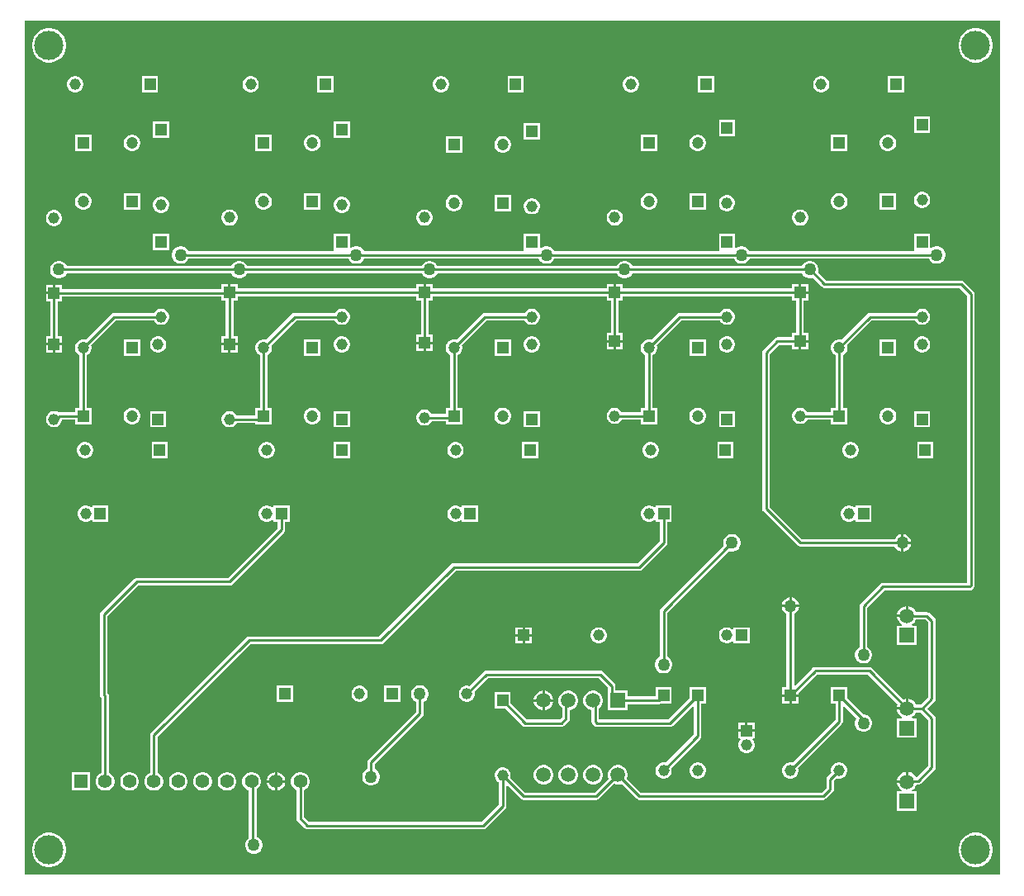
<source format=gbr>
%TF.GenerationSoftware,Altium Limited,Altium Designer,24.10.1 (45)*%
G04 Layer_Physical_Order=2*
G04 Layer_Color=16711680*
%FSLAX45Y45*%
%MOMM*%
%TF.SameCoordinates,D700451D-F6DB-41F8-9F1A-DBDDD93A0A9D*%
%TF.FilePolarity,Positive*%
%TF.FileFunction,Copper,L2,Bot,Signal*%
%TF.Part,Single*%
G01*
G75*
%TA.AperFunction,Conductor*%
%ADD12C,0.25400*%
%TA.AperFunction,ComponentPad*%
%ADD13R,1.15000X1.15000*%
%ADD14C,1.15000*%
%ADD15C,1.20000*%
%ADD16R,1.20000X1.20000*%
%ADD17C,1.40000*%
%ADD18R,1.40000X1.40000*%
%ADD19R,1.50000X1.50000*%
%ADD20C,1.50000*%
%ADD21R,1.15000X1.15000*%
%TA.AperFunction,ViaPad*%
%ADD22C,3.00000*%
%ADD23C,1.27000*%
G36*
X15000000Y2996494D02*
X5003506D01*
X4996818Y2999265D01*
Y11746818D01*
X5000000Y11750000D01*
X15000000D01*
Y2996494D01*
D02*
G37*
%LPC*%
G36*
X14767274Y11675400D02*
X14732726D01*
X14698837Y11668659D01*
X14666917Y11655437D01*
X14638190Y11636242D01*
X14613757Y11611811D01*
X14594563Y11583083D01*
X14581342Y11551162D01*
X14574600Y11517275D01*
Y11482725D01*
X14581342Y11448838D01*
X14594563Y11416917D01*
X14613757Y11388189D01*
X14638190Y11363758D01*
X14666917Y11344563D01*
X14698837Y11331341D01*
X14732726Y11324600D01*
X14767274D01*
X14801163Y11331341D01*
X14833083Y11344563D01*
X14861810Y11363758D01*
X14886243Y11388189D01*
X14905437Y11416917D01*
X14918658Y11448838D01*
X14925400Y11482725D01*
Y11517275D01*
X14918658Y11551162D01*
X14905437Y11583083D01*
X14886243Y11611811D01*
X14861810Y11636242D01*
X14833083Y11655437D01*
X14801163Y11668659D01*
X14767274Y11675400D01*
D02*
G37*
G36*
X5267275D02*
X5232725D01*
X5198838Y11668659D01*
X5166917Y11655437D01*
X5138189Y11636242D01*
X5113758Y11611811D01*
X5094563Y11583083D01*
X5081341Y11551162D01*
X5074600Y11517275D01*
Y11482725D01*
X5081341Y11448838D01*
X5094563Y11416917D01*
X5113758Y11388189D01*
X5138189Y11363758D01*
X5166917Y11344563D01*
X5198838Y11331341D01*
X5232725Y11324600D01*
X5267275D01*
X5301162Y11331341D01*
X5333083Y11344563D01*
X5361811Y11363758D01*
X5386242Y11388189D01*
X5405437Y11416917D01*
X5418659Y11448838D01*
X5425400Y11482725D01*
Y11517275D01*
X5418659Y11551162D01*
X5405437Y11583083D01*
X5386242Y11611811D01*
X5361811Y11636242D01*
X5333083Y11655437D01*
X5301162Y11668659D01*
X5267275Y11675400D01*
D02*
G37*
G36*
X14016400Y11182900D02*
X13850600D01*
Y11017100D01*
X14016400D01*
Y11182900D01*
D02*
G37*
G36*
X13177414D02*
X13155586D01*
X13134502Y11177251D01*
X13115598Y11166337D01*
X13100163Y11150902D01*
X13089249Y11131998D01*
X13083600Y11110914D01*
Y11089086D01*
X13089249Y11068002D01*
X13100163Y11049098D01*
X13115598Y11033664D01*
X13134502Y11022750D01*
X13155586Y11017100D01*
X13177414D01*
X13198499Y11022750D01*
X13217403Y11033664D01*
X13232835Y11049098D01*
X13243752Y11068002D01*
X13249400Y11089086D01*
Y11110914D01*
X13243752Y11131998D01*
X13232835Y11150902D01*
X13217403Y11166337D01*
X13198499Y11177251D01*
X13177414Y11182900D01*
D02*
G37*
G36*
X12066400D02*
X11900600D01*
Y11017100D01*
X12066400D01*
Y11182900D01*
D02*
G37*
G36*
X11227414D02*
X11205586D01*
X11184502Y11177251D01*
X11165598Y11166337D01*
X11150163Y11150902D01*
X11139249Y11131998D01*
X11133600Y11110914D01*
Y11089086D01*
X11139249Y11068002D01*
X11150163Y11049098D01*
X11165598Y11033664D01*
X11184502Y11022750D01*
X11205586Y11017100D01*
X11227414D01*
X11248498Y11022750D01*
X11267402Y11033664D01*
X11282836Y11049098D01*
X11293750Y11068002D01*
X11299400Y11089086D01*
Y11110914D01*
X11293750Y11131998D01*
X11282836Y11150902D01*
X11267402Y11166337D01*
X11248498Y11177251D01*
X11227414Y11182900D01*
D02*
G37*
G36*
X10116400D02*
X9950600D01*
Y11017100D01*
X10116400D01*
Y11182900D01*
D02*
G37*
G36*
X9277414D02*
X9255586D01*
X9234502Y11177251D01*
X9215598Y11166337D01*
X9200163Y11150902D01*
X9189249Y11131998D01*
X9183600Y11110914D01*
Y11089086D01*
X9189249Y11068002D01*
X9200163Y11049098D01*
X9215598Y11033664D01*
X9234502Y11022750D01*
X9255586Y11017100D01*
X9277414D01*
X9298498Y11022750D01*
X9317402Y11033664D01*
X9332836Y11049098D01*
X9343750Y11068002D01*
X9349400Y11089086D01*
Y11110914D01*
X9343750Y11131998D01*
X9332836Y11150902D01*
X9317402Y11166337D01*
X9298498Y11177251D01*
X9277414Y11182900D01*
D02*
G37*
G36*
X8166400D02*
X8000600D01*
Y11017100D01*
X8166400D01*
Y11182900D01*
D02*
G37*
G36*
X7327414D02*
X7305586D01*
X7284502Y11177251D01*
X7265598Y11166337D01*
X7250164Y11150902D01*
X7239249Y11131998D01*
X7233600Y11110914D01*
Y11089086D01*
X7239249Y11068002D01*
X7250164Y11049098D01*
X7265598Y11033664D01*
X7284502Y11022750D01*
X7305586Y11017100D01*
X7327414D01*
X7348498Y11022750D01*
X7367402Y11033664D01*
X7382836Y11049098D01*
X7393751Y11068002D01*
X7399400Y11089086D01*
Y11110914D01*
X7393751Y11131998D01*
X7382836Y11150902D01*
X7367402Y11166337D01*
X7348498Y11177251D01*
X7327414Y11182900D01*
D02*
G37*
G36*
X6366400D02*
X6200600D01*
Y11017100D01*
X6366400D01*
Y11182900D01*
D02*
G37*
G36*
X5527414D02*
X5505586D01*
X5484502Y11177251D01*
X5465598Y11166337D01*
X5450163Y11150902D01*
X5439249Y11131998D01*
X5433600Y11110914D01*
Y11089086D01*
X5439249Y11068002D01*
X5450163Y11049098D01*
X5465598Y11033664D01*
X5484502Y11022750D01*
X5505586Y11017100D01*
X5527414D01*
X5548498Y11022750D01*
X5567402Y11033664D01*
X5582836Y11049098D01*
X5593750Y11068002D01*
X5599400Y11089086D01*
Y11110914D01*
X5593750Y11131998D01*
X5582836Y11150902D01*
X5567402Y11166337D01*
X5548498Y11177251D01*
X5527414Y11182900D01*
D02*
G37*
G36*
X14282899Y10766400D02*
X14117101D01*
Y10600600D01*
X14282899D01*
Y10766400D01*
D02*
G37*
G36*
X12282900Y10733400D02*
X12117100D01*
Y10567600D01*
X12282900D01*
Y10733400D01*
D02*
G37*
G36*
X8332900Y10716400D02*
X8167100D01*
Y10550600D01*
X8332900D01*
Y10716400D01*
D02*
G37*
G36*
X6482900D02*
X6317100D01*
Y10550600D01*
X6482900D01*
Y10716400D01*
D02*
G37*
G36*
X10282900Y10699901D02*
X10117100D01*
Y10534101D01*
X10282900D01*
Y10699901D01*
D02*
G37*
G36*
X13861243Y10585400D02*
X13838757D01*
X13817036Y10579580D01*
X13797563Y10568337D01*
X13781664Y10552437D01*
X13770419Y10532963D01*
X13764600Y10511243D01*
Y10488757D01*
X13770419Y10467037D01*
X13781664Y10447563D01*
X13797563Y10431663D01*
X13817036Y10420420D01*
X13838757Y10414600D01*
X13861243D01*
X13882964Y10420420D01*
X13902437Y10431663D01*
X13918336Y10447563D01*
X13929581Y10467037D01*
X13935400Y10488757D01*
Y10511243D01*
X13929581Y10532963D01*
X13918336Y10552437D01*
X13902437Y10568337D01*
X13882964Y10579580D01*
X13861243Y10585400D01*
D02*
G37*
G36*
X13435400D02*
X13264600D01*
Y10414600D01*
X13435400D01*
Y10585400D01*
D02*
G37*
G36*
X11911243D02*
X11888757D01*
X11867037Y10579580D01*
X11847563Y10568337D01*
X11831663Y10552437D01*
X11820420Y10532963D01*
X11814600Y10511243D01*
Y10488757D01*
X11820420Y10467037D01*
X11831663Y10447563D01*
X11847563Y10431663D01*
X11867037Y10420420D01*
X11888757Y10414600D01*
X11911243D01*
X11932963Y10420420D01*
X11952437Y10431663D01*
X11968337Y10447563D01*
X11979580Y10467037D01*
X11985400Y10488757D01*
Y10511243D01*
X11979580Y10532963D01*
X11968337Y10552437D01*
X11952437Y10568337D01*
X11932963Y10579580D01*
X11911243Y10585400D01*
D02*
G37*
G36*
X11485400D02*
X11314600D01*
Y10414600D01*
X11485400D01*
Y10585400D01*
D02*
G37*
G36*
X7961243D02*
X7938757D01*
X7917037Y10579580D01*
X7897563Y10568337D01*
X7881663Y10552437D01*
X7870420Y10532963D01*
X7864600Y10511243D01*
Y10488757D01*
X7870420Y10467037D01*
X7881663Y10447563D01*
X7897563Y10431663D01*
X7917037Y10420420D01*
X7938757Y10414600D01*
X7961243D01*
X7982963Y10420420D01*
X8002437Y10431663D01*
X8018337Y10447563D01*
X8029580Y10467037D01*
X8035400Y10488757D01*
Y10511243D01*
X8029580Y10532963D01*
X8018337Y10552437D01*
X8002437Y10568337D01*
X7982963Y10579580D01*
X7961243Y10585400D01*
D02*
G37*
G36*
X7535400D02*
X7364600D01*
Y10414600D01*
X7535400D01*
Y10585400D01*
D02*
G37*
G36*
X6111243D02*
X6088757D01*
X6067037Y10579580D01*
X6047563Y10568337D01*
X6031663Y10552437D01*
X6020420Y10532963D01*
X6014600Y10511243D01*
Y10488757D01*
X6020420Y10467037D01*
X6031663Y10447563D01*
X6047563Y10431663D01*
X6067037Y10420420D01*
X6088757Y10414600D01*
X6111243D01*
X6132963Y10420420D01*
X6152437Y10431663D01*
X6168337Y10447563D01*
X6179580Y10467037D01*
X6185400Y10488757D01*
Y10511243D01*
X6179580Y10532963D01*
X6168337Y10552437D01*
X6152437Y10568337D01*
X6132963Y10579580D01*
X6111243Y10585400D01*
D02*
G37*
G36*
X5685400D02*
X5514600D01*
Y10414600D01*
X5685400D01*
Y10585400D01*
D02*
G37*
G36*
X9911243Y10568900D02*
X9888757D01*
X9867037Y10563080D01*
X9847563Y10551837D01*
X9831663Y10535937D01*
X9820420Y10516464D01*
X9814600Y10494744D01*
Y10472257D01*
X9820420Y10450537D01*
X9831663Y10431064D01*
X9847563Y10415164D01*
X9867037Y10403921D01*
X9888757Y10398101D01*
X9911243D01*
X9932963Y10403921D01*
X9952437Y10415164D01*
X9968337Y10431064D01*
X9979580Y10450537D01*
X9985400Y10472257D01*
Y10494744D01*
X9979580Y10516464D01*
X9968337Y10535937D01*
X9952437Y10551837D01*
X9932963Y10563080D01*
X9911243Y10568900D01*
D02*
G37*
G36*
X9485400D02*
X9314600D01*
Y10398101D01*
X9485400D01*
Y10568900D01*
D02*
G37*
G36*
X14210915Y9999400D02*
X14189085D01*
X14168002Y9993751D01*
X14149098Y9982837D01*
X14133664Y9967402D01*
X14122749Y9948498D01*
X14117101Y9927414D01*
Y9905586D01*
X14122749Y9884502D01*
X14133664Y9865598D01*
X14149098Y9850164D01*
X14168002Y9839250D01*
X14189085Y9833600D01*
X14210915D01*
X14231998Y9839250D01*
X14250902Y9850164D01*
X14266336Y9865598D01*
X14277251Y9884502D01*
X14282899Y9905586D01*
Y9927414D01*
X14277251Y9948498D01*
X14266336Y9967402D01*
X14250902Y9982837D01*
X14231998Y9993751D01*
X14210915Y9999400D01*
D02*
G37*
G36*
X8035400Y9985400D02*
X7864600D01*
Y9814600D01*
X8035400D01*
Y9985400D01*
D02*
G37*
G36*
X7461243D02*
X7438757D01*
X7417037Y9979580D01*
X7397563Y9968337D01*
X7381663Y9952437D01*
X7370420Y9932963D01*
X7364600Y9911243D01*
Y9888757D01*
X7370420Y9867037D01*
X7381663Y9847563D01*
X7397563Y9831663D01*
X7417037Y9820420D01*
X7438757Y9814600D01*
X7461243D01*
X7482963Y9820420D01*
X7502437Y9831663D01*
X7518337Y9847563D01*
X7529580Y9867037D01*
X7535400Y9888757D01*
Y9911243D01*
X7529580Y9932963D01*
X7518337Y9952437D01*
X7502437Y9968337D01*
X7482963Y9979580D01*
X7461243Y9985400D01*
D02*
G37*
G36*
X13935400Y9985400D02*
X13764600D01*
Y9814600D01*
X13935400D01*
Y9985400D01*
D02*
G37*
G36*
X13361243D02*
X13338757D01*
X13317036Y9979580D01*
X13297563Y9968337D01*
X13281664Y9952437D01*
X13270419Y9932963D01*
X13264600Y9911243D01*
Y9888757D01*
X13270419Y9867037D01*
X13281664Y9847563D01*
X13297563Y9831663D01*
X13317036Y9820420D01*
X13338757Y9814600D01*
X13361243D01*
X13382964Y9820420D01*
X13402437Y9831663D01*
X13418336Y9847563D01*
X13429581Y9867037D01*
X13435400Y9888757D01*
Y9911243D01*
X13429581Y9932963D01*
X13418336Y9952437D01*
X13402437Y9968337D01*
X13382964Y9979580D01*
X13361243Y9985400D01*
D02*
G37*
G36*
X11985400D02*
X11814600D01*
Y9814600D01*
X11985400D01*
Y9985400D01*
D02*
G37*
G36*
X11411243D02*
X11388757D01*
X11367037Y9979580D01*
X11347563Y9968337D01*
X11331663Y9952437D01*
X11320420Y9932963D01*
X11314600Y9911243D01*
Y9888757D01*
X11320420Y9867037D01*
X11331663Y9847563D01*
X11347563Y9831663D01*
X11367037Y9820420D01*
X11388757Y9814600D01*
X11411243D01*
X11432963Y9820420D01*
X11452437Y9831663D01*
X11468337Y9847563D01*
X11479580Y9867037D01*
X11485400Y9888757D01*
Y9911243D01*
X11479580Y9932963D01*
X11468337Y9952437D01*
X11452437Y9968337D01*
X11432963Y9979580D01*
X11411243Y9985400D01*
D02*
G37*
G36*
X6185400D02*
X6014600D01*
Y9814600D01*
X6185400D01*
Y9985400D01*
D02*
G37*
G36*
X5611243D02*
X5588757D01*
X5567037Y9979580D01*
X5547563Y9968337D01*
X5531663Y9952437D01*
X5520420Y9932963D01*
X5514600Y9911243D01*
Y9888757D01*
X5520420Y9867037D01*
X5531663Y9847563D01*
X5547563Y9831663D01*
X5567037Y9820420D01*
X5588757Y9814600D01*
X5611243D01*
X5632963Y9820420D01*
X5652437Y9831663D01*
X5668337Y9847563D01*
X5679580Y9867037D01*
X5685400Y9888757D01*
Y9911243D01*
X5679580Y9932963D01*
X5668337Y9952437D01*
X5652437Y9968337D01*
X5632963Y9979580D01*
X5611243Y9985400D01*
D02*
G37*
G36*
X12210914Y9966400D02*
X12189086D01*
X12168002Y9960750D01*
X12149098Y9949836D01*
X12133664Y9934402D01*
X12122750Y9915498D01*
X12117100Y9894414D01*
Y9872586D01*
X12122750Y9851502D01*
X12133664Y9832598D01*
X12149098Y9817163D01*
X12168002Y9806249D01*
X12189086Y9800600D01*
X12210914D01*
X12231998Y9806249D01*
X12250902Y9817163D01*
X12266337Y9832598D01*
X12277251Y9851502D01*
X12282900Y9872586D01*
Y9894414D01*
X12277251Y9915498D01*
X12266337Y9934402D01*
X12250902Y9949836D01*
X12231998Y9960750D01*
X12210914Y9966400D01*
D02*
G37*
G36*
X9985400Y9968900D02*
X9814600D01*
Y9798101D01*
X9985400D01*
Y9968900D01*
D02*
G37*
G36*
X9411243D02*
X9388757D01*
X9367037Y9963080D01*
X9347563Y9951837D01*
X9331663Y9935937D01*
X9320420Y9916464D01*
X9314600Y9894743D01*
Y9872257D01*
X9320420Y9850537D01*
X9331663Y9831064D01*
X9347563Y9815164D01*
X9367037Y9803920D01*
X9388757Y9798101D01*
X9411243D01*
X9432963Y9803920D01*
X9452437Y9815164D01*
X9468337Y9831064D01*
X9479580Y9850537D01*
X9485400Y9872257D01*
Y9894743D01*
X9479580Y9916464D01*
X9468337Y9935937D01*
X9452437Y9951837D01*
X9432963Y9963080D01*
X9411243Y9968900D01*
D02*
G37*
G36*
X8260914Y9949400D02*
X8239086D01*
X8218002Y9943750D01*
X8199098Y9932836D01*
X8183664Y9917402D01*
X8172750Y9898498D01*
X8167100Y9877414D01*
Y9855586D01*
X8172750Y9834502D01*
X8183664Y9815598D01*
X8199098Y9800164D01*
X8218002Y9789249D01*
X8239086Y9783600D01*
X8260914D01*
X8281998Y9789249D01*
X8300902Y9800164D01*
X8316337Y9815598D01*
X8327251Y9834502D01*
X8332900Y9855586D01*
Y9877414D01*
X8327251Y9898498D01*
X8316337Y9917402D01*
X8300902Y9932836D01*
X8281998Y9943750D01*
X8260914Y9949400D01*
D02*
G37*
G36*
X6410914D02*
X6389086D01*
X6368002Y9943750D01*
X6349098Y9932836D01*
X6333663Y9917402D01*
X6322749Y9898498D01*
X6317100Y9877414D01*
Y9855586D01*
X6322749Y9834502D01*
X6333663Y9815598D01*
X6349098Y9800164D01*
X6368002Y9789249D01*
X6389086Y9783600D01*
X6410914D01*
X6431998Y9789249D01*
X6450902Y9800164D01*
X6466336Y9815598D01*
X6477250Y9834502D01*
X6482900Y9855586D01*
Y9877414D01*
X6477250Y9898498D01*
X6466336Y9917402D01*
X6450902Y9932836D01*
X6431998Y9943750D01*
X6410914Y9949400D01*
D02*
G37*
G36*
X10210914Y9932900D02*
X10189086D01*
X10168002Y9927251D01*
X10149098Y9916337D01*
X10133664Y9900902D01*
X10122749Y9881999D01*
X10117100Y9860914D01*
Y9839086D01*
X10122749Y9818002D01*
X10133664Y9799099D01*
X10149098Y9783664D01*
X10168002Y9772750D01*
X10189086Y9767100D01*
X10210914D01*
X10231998Y9772750D01*
X10250902Y9783664D01*
X10266336Y9799099D01*
X10277250Y9818002D01*
X10282900Y9839086D01*
Y9860914D01*
X10277250Y9881999D01*
X10266336Y9900902D01*
X10250902Y9916337D01*
X10231998Y9927251D01*
X10210914Y9932900D01*
D02*
G37*
G36*
X12960915Y9816400D02*
X12939085D01*
X12918002Y9810751D01*
X12899098Y9799837D01*
X12883664Y9784402D01*
X12872749Y9765498D01*
X12867101Y9744414D01*
Y9722586D01*
X12872749Y9701502D01*
X12883664Y9682598D01*
X12899098Y9667164D01*
X12918002Y9656250D01*
X12939085Y9650600D01*
X12960915D01*
X12981998Y9656250D01*
X13000902Y9667164D01*
X13016336Y9682598D01*
X13027251Y9701502D01*
X13032899Y9722586D01*
Y9744414D01*
X13027251Y9765498D01*
X13016336Y9784402D01*
X13000902Y9799837D01*
X12981998Y9810751D01*
X12960915Y9816400D01*
D02*
G37*
G36*
X11060914D02*
X11039086D01*
X11018002Y9810751D01*
X10999098Y9799837D01*
X10983663Y9784402D01*
X10972749Y9765498D01*
X10967100Y9744414D01*
Y9722586D01*
X10972749Y9701502D01*
X10983663Y9682598D01*
X10999098Y9667164D01*
X11018002Y9656250D01*
X11039086Y9650600D01*
X11060914D01*
X11081998Y9656250D01*
X11100902Y9667164D01*
X11116336Y9682598D01*
X11127250Y9701502D01*
X11132900Y9722586D01*
Y9744414D01*
X11127250Y9765498D01*
X11116336Y9784402D01*
X11100902Y9799837D01*
X11081998Y9810751D01*
X11060914Y9816400D01*
D02*
G37*
G36*
X9110914D02*
X9089086D01*
X9068002Y9810751D01*
X9049098Y9799837D01*
X9033664Y9784402D01*
X9022750Y9765498D01*
X9017100Y9744414D01*
Y9722586D01*
X9022750Y9701502D01*
X9033664Y9682598D01*
X9049098Y9667164D01*
X9068002Y9656250D01*
X9089086Y9650600D01*
X9110914D01*
X9131998Y9656250D01*
X9150902Y9667164D01*
X9166337Y9682598D01*
X9177251Y9701502D01*
X9182900Y9722586D01*
Y9744414D01*
X9177251Y9765498D01*
X9166337Y9784402D01*
X9150902Y9799837D01*
X9131998Y9810751D01*
X9110914Y9816400D01*
D02*
G37*
G36*
X7110914D02*
X7089086D01*
X7068002Y9810751D01*
X7049098Y9799837D01*
X7033664Y9784402D01*
X7022749Y9765498D01*
X7017100Y9744414D01*
Y9722586D01*
X7022749Y9701502D01*
X7033664Y9682598D01*
X7049098Y9667164D01*
X7068002Y9656250D01*
X7089086Y9650600D01*
X7110914D01*
X7131998Y9656250D01*
X7150902Y9667164D01*
X7166336Y9682598D01*
X7177251Y9701502D01*
X7182900Y9722586D01*
Y9744414D01*
X7177251Y9765498D01*
X7166336Y9784402D01*
X7150902Y9799837D01*
X7131998Y9810751D01*
X7110914Y9816400D01*
D02*
G37*
G36*
X5310914Y9809401D02*
X5289086D01*
X5268002Y9803752D01*
X5249098Y9792837D01*
X5233663Y9777403D01*
X5222749Y9758499D01*
X5217100Y9737415D01*
Y9715587D01*
X5222749Y9694503D01*
X5233663Y9675599D01*
X5249098Y9660165D01*
X5268002Y9649250D01*
X5289086Y9643601D01*
X5310914D01*
X5331998Y9649250D01*
X5350902Y9660165D01*
X5366336Y9675599D01*
X5377250Y9694503D01*
X5382900Y9715587D01*
Y9737415D01*
X5377250Y9758499D01*
X5366336Y9777403D01*
X5350902Y9792837D01*
X5331998Y9803752D01*
X5310914Y9809401D01*
D02*
G37*
G36*
X14282899Y9566400D02*
X14117101D01*
Y9400600D01*
X14117101D01*
X14114815Y9388847D01*
X12430225D01*
X12421138Y9404586D01*
X12404586Y9421138D01*
X12384314Y9432842D01*
X12361704Y9438900D01*
X12338296D01*
X12315686Y9432842D01*
X12295414Y9421138D01*
X12294633Y9420357D01*
X12282900Y9425217D01*
Y9566400D01*
X12117100D01*
Y9400600D01*
X12117100D01*
X12114815Y9388847D01*
X10430225D01*
X10421138Y9404586D01*
X10404586Y9421138D01*
X10384314Y9432842D01*
X10361704Y9438900D01*
X10338296D01*
X10315686Y9432842D01*
X10295414Y9421138D01*
X10294633Y9420357D01*
X10282900Y9425217D01*
Y9566400D01*
X10117100D01*
Y9400600D01*
X10117100D01*
X10114815Y9388847D01*
X8480225D01*
X8471138Y9404586D01*
X8454586Y9421138D01*
X8434314Y9432842D01*
X8411704Y9438900D01*
X8388296D01*
X8365686Y9432842D01*
X8345414Y9421138D01*
X8344634Y9420357D01*
X8332900Y9425218D01*
Y9566400D01*
X8167100D01*
Y9400600D01*
X8167100D01*
X8164815Y9388847D01*
X6680225D01*
X6671138Y9404586D01*
X6654586Y9421138D01*
X6634314Y9432842D01*
X6611704Y9438900D01*
X6588296D01*
X6565686Y9432842D01*
X6545414Y9421138D01*
X6528862Y9404586D01*
X6517158Y9384314D01*
X6511100Y9361704D01*
Y9338296D01*
X6517158Y9315686D01*
X6528862Y9295414D01*
X6545414Y9278862D01*
X6565686Y9267159D01*
X6588296Y9261100D01*
X6611704D01*
X6634314Y9267159D01*
X6654586Y9278862D01*
X6671138Y9295414D01*
X6680225Y9311154D01*
X8319775D01*
X8328862Y9295414D01*
X8345414Y9278862D01*
X8365686Y9267159D01*
X8388296Y9261100D01*
X8411704D01*
X8434314Y9267159D01*
X8454586Y9278862D01*
X8471138Y9295414D01*
X8480225Y9311154D01*
X10269775D01*
X10278862Y9295414D01*
X10295414Y9278862D01*
X10315686Y9267159D01*
X10338296Y9261100D01*
X10361704D01*
X10384314Y9267159D01*
X10404586Y9278862D01*
X10421138Y9295414D01*
X10430225Y9311154D01*
X12269775D01*
X12278862Y9295414D01*
X12295414Y9278862D01*
X12315686Y9267159D01*
X12338296Y9261100D01*
X12361704D01*
X12384314Y9267159D01*
X12404586Y9278862D01*
X12421138Y9295414D01*
X12430225Y9311154D01*
X14269775D01*
X14278862Y9295414D01*
X14295415Y9278862D01*
X14315686Y9267159D01*
X14338297Y9261100D01*
X14361703D01*
X14384314Y9267159D01*
X14404585Y9278862D01*
X14421138Y9295414D01*
X14432841Y9315686D01*
X14438901Y9338296D01*
Y9361704D01*
X14432841Y9384314D01*
X14421138Y9404586D01*
X14404585Y9421138D01*
X14384314Y9432842D01*
X14361703Y9438900D01*
X14338297D01*
X14315686Y9432842D01*
X14295415Y9421138D01*
X14294633Y9420357D01*
X14282899Y9425217D01*
Y9566400D01*
D02*
G37*
G36*
X6482900D02*
X6317100D01*
Y9400600D01*
X6482900D01*
Y9566400D01*
D02*
G37*
G36*
X13061703Y9288900D02*
X13038297D01*
X13015686Y9282841D01*
X12995415Y9271138D01*
X12978862Y9254586D01*
X12969775Y9238846D01*
X11230225D01*
X11221138Y9254586D01*
X11204586Y9271138D01*
X11184314Y9282841D01*
X11161704Y9288900D01*
X11138296D01*
X11115686Y9282841D01*
X11095414Y9271138D01*
X11078862Y9254586D01*
X11069775Y9238846D01*
X9230225D01*
X9221138Y9254586D01*
X9204586Y9271138D01*
X9184314Y9282841D01*
X9161704Y9288900D01*
X9138296D01*
X9115686Y9282841D01*
X9095414Y9271138D01*
X9078862Y9254586D01*
X9069775Y9238846D01*
X7280225D01*
X7271138Y9254586D01*
X7254586Y9271138D01*
X7234314Y9282841D01*
X7211704Y9288900D01*
X7188296D01*
X7165686Y9282841D01*
X7145414Y9271138D01*
X7128862Y9254586D01*
X7119775Y9238846D01*
X5430225D01*
X5421138Y9254586D01*
X5404586Y9271138D01*
X5384314Y9282841D01*
X5361704Y9288900D01*
X5338296D01*
X5315686Y9282841D01*
X5295414Y9271138D01*
X5278862Y9254586D01*
X5267158Y9234314D01*
X5261100Y9211704D01*
Y9188296D01*
X5267158Y9165686D01*
X5278862Y9145414D01*
X5295414Y9128862D01*
X5315686Y9117158D01*
X5338296Y9111100D01*
X5361704D01*
X5384314Y9117158D01*
X5404586Y9128862D01*
X5421138Y9145414D01*
X5430225Y9161153D01*
X7119775D01*
X7128862Y9145414D01*
X7145414Y9128862D01*
X7165686Y9117158D01*
X7188296Y9111100D01*
X7211704D01*
X7234314Y9117158D01*
X7254586Y9128862D01*
X7271138Y9145414D01*
X7280225Y9161153D01*
X9069775D01*
X9078862Y9145414D01*
X9095414Y9128862D01*
X9115686Y9117158D01*
X9138296Y9111100D01*
X9161704D01*
X9184314Y9117158D01*
X9204586Y9128862D01*
X9221138Y9145414D01*
X9230225Y9161153D01*
X11069775D01*
X11078862Y9145414D01*
X11095414Y9128862D01*
X11115686Y9117158D01*
X11138296Y9111100D01*
X11161704D01*
X11184314Y9117158D01*
X11204586Y9128862D01*
X11221138Y9145414D01*
X11230225Y9161153D01*
X12969775D01*
X12978862Y9145414D01*
X12995415Y9128862D01*
X13015686Y9117158D01*
X13038297Y9111100D01*
X13061703D01*
X13079259Y9115804D01*
X13172531Y9022531D01*
X13185133Y9014110D01*
X13200000Y9011153D01*
X14583910D01*
X14661154Y8933909D01*
Y5988847D01*
X13800000D01*
X13785133Y5985889D01*
X13772533Y5977469D01*
X13572531Y5777469D01*
X13564111Y5764866D01*
X13561153Y5750000D01*
Y5330225D01*
X13545415Y5321138D01*
X13528862Y5304586D01*
X13517159Y5284314D01*
X13511099Y5261704D01*
Y5238296D01*
X13517159Y5215686D01*
X13528862Y5195414D01*
X13545415Y5178862D01*
X13565686Y5167158D01*
X13588297Y5161100D01*
X13611703D01*
X13634314Y5167158D01*
X13654585Y5178862D01*
X13671138Y5195414D01*
X13682841Y5215686D01*
X13688901Y5238296D01*
Y5261704D01*
X13682841Y5284314D01*
X13671138Y5304586D01*
X13654585Y5321138D01*
X13638846Y5330225D01*
Y5733909D01*
X13816090Y5911154D01*
X14685121D01*
X14699986Y5914111D01*
X14712590Y5922531D01*
X14727469Y5937411D01*
X14735890Y5950013D01*
X14738847Y5964879D01*
Y8950000D01*
X14735890Y8964866D01*
X14727469Y8977468D01*
X14627469Y9077469D01*
X14614867Y9085889D01*
X14600000Y9088846D01*
X13216090D01*
X13134196Y9170741D01*
X13138901Y9188296D01*
Y9211704D01*
X13132841Y9234314D01*
X13121138Y9254586D01*
X13104585Y9271138D01*
X13084314Y9282841D01*
X13061703Y9288900D01*
D02*
G37*
G36*
X12937300Y9049400D02*
X12867101D01*
Y9005346D01*
X11132900D01*
Y9049400D01*
X11062699D01*
Y8966500D01*
X11037299D01*
Y9049400D01*
X10967100D01*
Y9005346D01*
X9182900D01*
Y9049400D01*
X9112700D01*
Y8966500D01*
X9087300D01*
Y9049400D01*
X9017100D01*
Y9005346D01*
X7182900D01*
Y9049400D01*
X7112700D01*
Y8966500D01*
X7087300D01*
Y9049400D01*
X7017100D01*
Y8998347D01*
X5382900D01*
Y9042401D01*
X5312699D01*
Y8959501D01*
X5299999D01*
Y8946801D01*
X5217100D01*
Y8876601D01*
X5261153D01*
Y8516400D01*
X5217100D01*
Y8446200D01*
X5300000D01*
X5382900D01*
Y8516400D01*
X5338846D01*
Y8876601D01*
X5382900D01*
Y8920654D01*
X7017100D01*
Y8883600D01*
X7061154D01*
Y8516400D01*
X7017100D01*
Y8446200D01*
X7100000D01*
X7182900D01*
Y8516400D01*
X7138847D01*
Y8883600D01*
X7182900D01*
Y8927653D01*
X9017100D01*
Y8883600D01*
X9061154D01*
Y8532900D01*
X9017100D01*
Y8462700D01*
X9100000D01*
X9182900D01*
Y8532900D01*
X9138847D01*
Y8883600D01*
X9182900D01*
Y8927653D01*
X10967100D01*
Y8883600D01*
X11011153D01*
Y8549900D01*
X10967100D01*
Y8479700D01*
X11049999D01*
Y8467000D01*
D01*
Y8479700D01*
X11132900D01*
Y8549900D01*
X11088846D01*
Y8883600D01*
X11132900D01*
Y8927653D01*
X12867101D01*
Y8883600D01*
X12911154D01*
Y8549900D01*
X12867101D01*
Y8505847D01*
X12717000D01*
X12702134Y8502890D01*
X12689532Y8494469D01*
X12572531Y8377469D01*
X12564111Y8364866D01*
X12561153Y8350000D01*
Y6750000D01*
X12564111Y6735134D01*
X12572531Y6722531D01*
X12922531Y6372531D01*
X12935133Y6364110D01*
X12950000Y6361153D01*
X13919775D01*
X13928862Y6345414D01*
X13945415Y6328862D01*
X13965686Y6317158D01*
X13987300Y6311367D01*
Y6400000D01*
Y6488633D01*
X13965686Y6482841D01*
X13945415Y6471138D01*
X13928862Y6454586D01*
X13919775Y6438846D01*
X12966090D01*
X12638846Y6766091D01*
Y8333909D01*
X12733091Y8428154D01*
X12867101D01*
Y8384100D01*
X12937300D01*
Y8467001D01*
X12950000D01*
Y8479701D01*
X13032899D01*
Y8549900D01*
X12988847D01*
Y8883600D01*
X13032899D01*
Y8953800D01*
X12950000D01*
Y8966500D01*
X12937300D01*
Y9049400D01*
D02*
G37*
G36*
X13032899D02*
X12962700D01*
Y8979200D01*
X13032899D01*
Y9049400D01*
D02*
G37*
G36*
X5287299Y9042401D02*
X5217100D01*
Y8972201D01*
X5287299D01*
Y9042401D01*
D02*
G37*
G36*
X14210915Y8799400D02*
X14189085D01*
X14168002Y8793751D01*
X14149098Y8782836D01*
X14133664Y8767402D01*
X14126704Y8755346D01*
X13666499D01*
X13651634Y8752389D01*
X13639030Y8743969D01*
X13376401Y8481338D01*
X13361243Y8485400D01*
X13338757D01*
X13317036Y8479580D01*
X13297563Y8468337D01*
X13281664Y8452437D01*
X13270419Y8432963D01*
X13264600Y8411243D01*
Y8388757D01*
X13270419Y8367037D01*
X13281664Y8347563D01*
X13297563Y8331663D01*
X13311153Y8323817D01*
Y7785400D01*
X13264600D01*
Y7738847D01*
X13023297D01*
X13016336Y7750902D01*
X13000902Y7766337D01*
X12981998Y7777251D01*
X12960915Y7782900D01*
X12939085D01*
X12918002Y7777251D01*
X12899098Y7766337D01*
X12883664Y7750902D01*
X12872749Y7731998D01*
X12867101Y7710914D01*
Y7689086D01*
X12872749Y7668002D01*
X12883664Y7649098D01*
X12899098Y7633664D01*
X12918002Y7622750D01*
X12939085Y7617100D01*
X12960915D01*
X12981998Y7622750D01*
X13000902Y7633664D01*
X13016336Y7649098D01*
X13023297Y7661154D01*
X13264600D01*
Y7614600D01*
X13435400D01*
Y7785400D01*
X13388846D01*
Y8323817D01*
X13402437Y8331663D01*
X13418336Y8347563D01*
X13429581Y8367037D01*
X13435400Y8388757D01*
Y8411243D01*
X13431339Y8426401D01*
X13682590Y8677653D01*
X14126704D01*
X14133664Y8665598D01*
X14149098Y8650164D01*
X14168002Y8639249D01*
X14189085Y8633600D01*
X14210915D01*
X14231998Y8639249D01*
X14250902Y8650164D01*
X14266336Y8665598D01*
X14277251Y8684502D01*
X14282899Y8705586D01*
Y8727414D01*
X14277251Y8748498D01*
X14266336Y8767402D01*
X14250902Y8782836D01*
X14231998Y8793751D01*
X14210915Y8799400D01*
D02*
G37*
G36*
X12210914D02*
X12189086D01*
X12168002Y8793751D01*
X12149098Y8782836D01*
X12133664Y8767402D01*
X12126703Y8755346D01*
X11716500D01*
X11701634Y8752389D01*
X11689031Y8743969D01*
X11426401Y8481338D01*
X11411243Y8485400D01*
X11388757D01*
X11367037Y8479580D01*
X11347563Y8468337D01*
X11331663Y8452437D01*
X11320420Y8432963D01*
X11314600Y8411243D01*
Y8388757D01*
X11320420Y8367037D01*
X11331663Y8347563D01*
X11347563Y8331663D01*
X11361153Y8323817D01*
Y7785400D01*
X11314600D01*
Y7738847D01*
X11123297D01*
X11116336Y7750902D01*
X11100902Y7766337D01*
X11081998Y7777251D01*
X11060914Y7782900D01*
X11039086D01*
X11018002Y7777251D01*
X10999098Y7766337D01*
X10983664Y7750902D01*
X10972749Y7731998D01*
X10967100Y7710914D01*
Y7689086D01*
X10972749Y7668002D01*
X10983664Y7649098D01*
X10999098Y7633664D01*
X11018002Y7622750D01*
X11039086Y7617100D01*
X11060914D01*
X11081998Y7622750D01*
X11100902Y7633664D01*
X11116336Y7649098D01*
X11123297Y7661154D01*
X11314600D01*
Y7614600D01*
X11485400D01*
Y7785400D01*
X11438846D01*
Y8323817D01*
X11452437Y8331663D01*
X11468337Y8347563D01*
X11479580Y8367037D01*
X11485400Y8388757D01*
Y8411243D01*
X11481338Y8426401D01*
X11732590Y8677653D01*
X12126703D01*
X12133664Y8665598D01*
X12149098Y8650164D01*
X12168002Y8639249D01*
X12189086Y8633600D01*
X12210914D01*
X12231998Y8639249D01*
X12250902Y8650164D01*
X12266336Y8665598D01*
X12277251Y8684502D01*
X12282900Y8705586D01*
Y8727414D01*
X12277251Y8748498D01*
X12266336Y8767402D01*
X12250902Y8782836D01*
X12231998Y8793751D01*
X12210914Y8799400D01*
D02*
G37*
G36*
X10210914D02*
X10189086D01*
X10168002Y8793751D01*
X10149098Y8782836D01*
X10133664Y8767402D01*
X10126703Y8755346D01*
X9716499D01*
X9701634Y8752389D01*
X9689031Y8743969D01*
X9426401Y8481338D01*
X9411243Y8485400D01*
X9388757D01*
X9367037Y8479580D01*
X9347563Y8468337D01*
X9331663Y8452437D01*
X9320420Y8432963D01*
X9314600Y8411243D01*
Y8388757D01*
X9320420Y8367037D01*
X9331663Y8347563D01*
X9347563Y8331663D01*
X9361153Y8323817D01*
Y7785400D01*
X9314600D01*
Y7721846D01*
X9173296D01*
X9166336Y7733902D01*
X9150902Y7749336D01*
X9131998Y7760250D01*
X9110914Y7765900D01*
X9089086D01*
X9068002Y7760250D01*
X9049098Y7749336D01*
X9033663Y7733902D01*
X9022749Y7714998D01*
X9017100Y7693914D01*
Y7672086D01*
X9022749Y7651002D01*
X9033663Y7632098D01*
X9049098Y7616663D01*
X9068002Y7605749D01*
X9089086Y7600100D01*
X9110914D01*
X9131998Y7605749D01*
X9150902Y7616663D01*
X9166336Y7632098D01*
X9173296Y7644153D01*
X9314600D01*
Y7614600D01*
X9485400D01*
Y7785400D01*
X9438846D01*
Y8323817D01*
X9452437Y8331663D01*
X9468337Y8347563D01*
X9479580Y8367037D01*
X9485400Y8388757D01*
Y8411243D01*
X9481338Y8426401D01*
X9732590Y8677653D01*
X10126703D01*
X10133664Y8665598D01*
X10149098Y8650164D01*
X10168002Y8639249D01*
X10189086Y8633600D01*
X10210914D01*
X10231998Y8639249D01*
X10250902Y8650164D01*
X10266336Y8665598D01*
X10277250Y8684502D01*
X10282900Y8705586D01*
Y8727414D01*
X10277250Y8748498D01*
X10266336Y8767402D01*
X10250902Y8782836D01*
X10231998Y8793751D01*
X10210914Y8799400D01*
D02*
G37*
G36*
X8260914D02*
X8239086D01*
X8218002Y8793751D01*
X8199098Y8782836D01*
X8183664Y8767402D01*
X8176704Y8755346D01*
X7766500D01*
X7751634Y8752389D01*
X7739031Y8743969D01*
X7476401Y8481338D01*
X7461243Y8485400D01*
X7438757D01*
X7417037Y8479580D01*
X7397563Y8468337D01*
X7381663Y8452437D01*
X7370420Y8432963D01*
X7364600Y8411243D01*
Y8388757D01*
X7370420Y8367037D01*
X7381663Y8347563D01*
X7397563Y8331663D01*
X7411154Y8323817D01*
Y7785400D01*
X7364600D01*
Y7705347D01*
X7173297D01*
X7166336Y7717402D01*
X7150902Y7732836D01*
X7131998Y7743751D01*
X7110914Y7749400D01*
X7089086D01*
X7068002Y7743751D01*
X7049098Y7732836D01*
X7033664Y7717402D01*
X7022749Y7698498D01*
X7017100Y7677414D01*
Y7655586D01*
X7022749Y7634502D01*
X7033664Y7615598D01*
X7049098Y7600164D01*
X7068002Y7589249D01*
X7089086Y7583600D01*
X7110914D01*
X7131998Y7589249D01*
X7150902Y7600164D01*
X7166336Y7615598D01*
X7173297Y7627654D01*
X7364600D01*
Y7614600D01*
X7535400D01*
Y7785400D01*
X7488847D01*
Y8323817D01*
X7502437Y8331663D01*
X7518337Y8347563D01*
X7529580Y8367037D01*
X7535400Y8388757D01*
Y8411243D01*
X7531338Y8426401D01*
X7782590Y8677653D01*
X8176704D01*
X8183664Y8665598D01*
X8199098Y8650164D01*
X8218002Y8639249D01*
X8239086Y8633600D01*
X8260914D01*
X8281998Y8639249D01*
X8300902Y8650164D01*
X8316337Y8665598D01*
X8327251Y8684502D01*
X8332900Y8705586D01*
Y8727414D01*
X8327251Y8748498D01*
X8316337Y8767402D01*
X8300902Y8782836D01*
X8281998Y8793751D01*
X8260914Y8799400D01*
D02*
G37*
G36*
X6410914D02*
X6389086D01*
X6368002Y8793751D01*
X6349098Y8782836D01*
X6333663Y8767402D01*
X6326703Y8755346D01*
X5916500D01*
X5901634Y8752389D01*
X5889031Y8743969D01*
X5626401Y8481338D01*
X5611243Y8485400D01*
X5588757D01*
X5567037Y8479580D01*
X5547563Y8468337D01*
X5531663Y8452437D01*
X5520420Y8432963D01*
X5514600Y8411243D01*
Y8388757D01*
X5520420Y8367037D01*
X5531663Y8347563D01*
X5547563Y8331663D01*
X5561153Y8323817D01*
Y7785400D01*
X5514600D01*
Y7738847D01*
X5357746D01*
X5344913Y7736294D01*
X5331998Y7743751D01*
X5310914Y7749400D01*
X5289086D01*
X5268002Y7743751D01*
X5249098Y7732836D01*
X5233664Y7717402D01*
X5222750Y7698498D01*
X5217100Y7677414D01*
Y7655586D01*
X5222750Y7634502D01*
X5233664Y7615598D01*
X5249098Y7600164D01*
X5268002Y7589249D01*
X5289086Y7583600D01*
X5310914D01*
X5331998Y7589249D01*
X5350902Y7600164D01*
X5366336Y7615598D01*
X5377251Y7634502D01*
X5382900Y7655586D01*
Y7661154D01*
X5514600D01*
Y7614600D01*
X5685400D01*
Y7785400D01*
X5638846D01*
Y8323817D01*
X5652437Y8331663D01*
X5668337Y8347563D01*
X5679580Y8367037D01*
X5685400Y8388757D01*
Y8411243D01*
X5681338Y8426401D01*
X5932590Y8677653D01*
X6326703D01*
X6333663Y8665598D01*
X6349098Y8650164D01*
X6368002Y8639249D01*
X6389086Y8633600D01*
X6410914D01*
X6431998Y8639249D01*
X6450902Y8650164D01*
X6466336Y8665598D01*
X6477250Y8684502D01*
X6482900Y8705586D01*
Y8727414D01*
X6477250Y8748498D01*
X6466336Y8767402D01*
X6450902Y8782836D01*
X6431998Y8793751D01*
X6410914Y8799400D01*
D02*
G37*
G36*
X13032899Y8454301D02*
X12962700D01*
Y8384100D01*
X13032899D01*
Y8454301D01*
D02*
G37*
G36*
X11132900Y8454300D02*
X11062699D01*
Y8384100D01*
X11132900D01*
Y8454300D01*
D02*
G37*
G36*
X11037299D02*
X10967100D01*
Y8384100D01*
X11037299D01*
Y8454300D01*
D02*
G37*
G36*
X9182900Y8437300D02*
X9112700D01*
Y8367100D01*
X9182900D01*
Y8437300D01*
D02*
G37*
G36*
X9087300D02*
X9017100D01*
Y8367100D01*
X9087300D01*
Y8437300D01*
D02*
G37*
G36*
X14210915Y8516400D02*
X14189085D01*
X14168002Y8510751D01*
X14149098Y8499837D01*
X14133664Y8484402D01*
X14122749Y8465498D01*
X14117101Y8444414D01*
Y8422586D01*
X14122749Y8401502D01*
X14133664Y8382598D01*
X14149098Y8367164D01*
X14168002Y8356250D01*
X14189085Y8350600D01*
X14210915D01*
X14231998Y8356250D01*
X14250902Y8367164D01*
X14266336Y8382598D01*
X14277251Y8401502D01*
X14282899Y8422586D01*
Y8444414D01*
X14277251Y8465498D01*
X14266336Y8484402D01*
X14250902Y8499837D01*
X14231998Y8510751D01*
X14210915Y8516400D01*
D02*
G37*
G36*
X12210914D02*
X12189086D01*
X12168002Y8510751D01*
X12149098Y8499837D01*
X12133664Y8484402D01*
X12122749Y8465498D01*
X12117100Y8444414D01*
Y8422586D01*
X12122749Y8401502D01*
X12133664Y8382598D01*
X12149098Y8367164D01*
X12168002Y8356250D01*
X12189086Y8350600D01*
X12210914D01*
X12231998Y8356250D01*
X12250902Y8367164D01*
X12266336Y8382598D01*
X12277251Y8401502D01*
X12282900Y8422586D01*
Y8444414D01*
X12277251Y8465498D01*
X12266336Y8484402D01*
X12250902Y8499837D01*
X12231998Y8510751D01*
X12210914Y8516400D01*
D02*
G37*
G36*
X10210914D02*
X10189086D01*
X10168002Y8510751D01*
X10149098Y8499837D01*
X10133664Y8484402D01*
X10122749Y8465498D01*
X10117100Y8444414D01*
Y8422586D01*
X10122749Y8401502D01*
X10133664Y8382598D01*
X10149098Y8367164D01*
X10168002Y8356250D01*
X10189086Y8350600D01*
X10210914D01*
X10231998Y8356250D01*
X10250902Y8367164D01*
X10266336Y8382598D01*
X10277250Y8401502D01*
X10282900Y8422586D01*
Y8444414D01*
X10277250Y8465498D01*
X10266336Y8484402D01*
X10250902Y8499837D01*
X10231998Y8510751D01*
X10210914Y8516400D01*
D02*
G37*
G36*
X7182900Y8420800D02*
X7112700D01*
Y8350600D01*
X7182900D01*
Y8420800D01*
D02*
G37*
G36*
X7087300D02*
X7017100D01*
Y8350600D01*
X7087300D01*
Y8420800D01*
D02*
G37*
G36*
X6377915Y8516400D02*
X6356087D01*
X6335003Y8510751D01*
X6316099Y8499837D01*
X6300664Y8484402D01*
X6289750Y8465498D01*
X6284101Y8444414D01*
Y8422586D01*
X6289750Y8401502D01*
X6300664Y8382598D01*
X6316099Y8367164D01*
X6335003Y8356250D01*
X6356087Y8350600D01*
X6377915D01*
X6398999Y8356250D01*
X6417903Y8367164D01*
X6433337Y8382598D01*
X6444251Y8401502D01*
X6449901Y8422586D01*
Y8444414D01*
X6444251Y8465498D01*
X6433337Y8484402D01*
X6417903Y8499837D01*
X6398999Y8510751D01*
X6377915Y8516400D01*
D02*
G37*
G36*
X5382900Y8420800D02*
X5312700D01*
Y8350600D01*
X5382900D01*
Y8420800D01*
D02*
G37*
G36*
X5287300D02*
X5217100D01*
Y8350600D01*
X5287300D01*
Y8420800D01*
D02*
G37*
G36*
X8260914Y8516400D02*
X8239086D01*
X8218002Y8510751D01*
X8199098Y8499836D01*
X8183664Y8484402D01*
X8172749Y8465498D01*
X8167100Y8444414D01*
Y8422586D01*
X8172749Y8401502D01*
X8183664Y8382598D01*
X8199098Y8367164D01*
X8218002Y8356249D01*
X8239086Y8350600D01*
X8260914D01*
X8281998Y8356249D01*
X8300902Y8367164D01*
X8316336Y8382598D01*
X8327251Y8401502D01*
X8332900Y8422586D01*
Y8444414D01*
X8327251Y8465498D01*
X8316336Y8484402D01*
X8300902Y8499836D01*
X8281998Y8510751D01*
X8260914Y8516400D01*
D02*
G37*
G36*
X13935400Y8485400D02*
X13764600D01*
Y8314600D01*
X13935400D01*
Y8485400D01*
D02*
G37*
G36*
X11985400D02*
X11814600D01*
Y8314600D01*
X11985400D01*
Y8485400D01*
D02*
G37*
G36*
X9985400D02*
X9814600D01*
Y8314600D01*
X9985400D01*
Y8485400D01*
D02*
G37*
G36*
X8035400D02*
X7864600D01*
Y8314600D01*
X8035400D01*
Y8485400D01*
D02*
G37*
G36*
X6185400D02*
X6014600D01*
Y8314600D01*
X6185400D01*
Y8485400D01*
D02*
G37*
G36*
X13861243Y7785400D02*
X13838757D01*
X13817036Y7779580D01*
X13797563Y7768337D01*
X13781664Y7752437D01*
X13770419Y7732963D01*
X13764600Y7711243D01*
Y7688757D01*
X13770419Y7667037D01*
X13781664Y7647563D01*
X13797563Y7631663D01*
X13817036Y7620420D01*
X13838757Y7614600D01*
X13861243D01*
X13882964Y7620420D01*
X13902437Y7631663D01*
X13918336Y7647563D01*
X13929581Y7667037D01*
X13935400Y7688757D01*
Y7711243D01*
X13929581Y7732963D01*
X13918336Y7752437D01*
X13902437Y7768337D01*
X13882964Y7779580D01*
X13861243Y7785400D01*
D02*
G37*
G36*
X11911243D02*
X11888757D01*
X11867037Y7779580D01*
X11847563Y7768337D01*
X11831663Y7752437D01*
X11820420Y7732963D01*
X11814600Y7711243D01*
Y7688757D01*
X11820420Y7667037D01*
X11831663Y7647563D01*
X11847563Y7631663D01*
X11867037Y7620420D01*
X11888757Y7614600D01*
X11911243D01*
X11932963Y7620420D01*
X11952437Y7631663D01*
X11968337Y7647563D01*
X11979580Y7667037D01*
X11985400Y7688757D01*
Y7711243D01*
X11979580Y7732963D01*
X11968337Y7752437D01*
X11952437Y7768337D01*
X11932963Y7779580D01*
X11911243Y7785400D01*
D02*
G37*
G36*
X9911243D02*
X9888757D01*
X9867037Y7779580D01*
X9847563Y7768337D01*
X9831663Y7752437D01*
X9820420Y7732963D01*
X9814600Y7711243D01*
Y7688757D01*
X9820420Y7667037D01*
X9831663Y7647563D01*
X9847563Y7631663D01*
X9867037Y7620420D01*
X9888757Y7614600D01*
X9911243D01*
X9932963Y7620420D01*
X9952437Y7631663D01*
X9968337Y7647563D01*
X9979580Y7667037D01*
X9985400Y7688757D01*
Y7711243D01*
X9979580Y7732963D01*
X9968337Y7752437D01*
X9952437Y7768337D01*
X9932963Y7779580D01*
X9911243Y7785400D01*
D02*
G37*
G36*
X7961243D02*
X7938757D01*
X7917037Y7779580D01*
X7897563Y7768337D01*
X7881663Y7752437D01*
X7870420Y7732963D01*
X7864600Y7711243D01*
Y7688757D01*
X7870420Y7667037D01*
X7881663Y7647563D01*
X7897563Y7631663D01*
X7917037Y7620420D01*
X7938757Y7614600D01*
X7961243D01*
X7982963Y7620420D01*
X8002437Y7631663D01*
X8018337Y7647563D01*
X8029580Y7667037D01*
X8035400Y7688757D01*
Y7711243D01*
X8029580Y7732963D01*
X8018337Y7752437D01*
X8002437Y7768337D01*
X7982963Y7779580D01*
X7961243Y7785400D01*
D02*
G37*
G36*
X6111243D02*
X6088757D01*
X6067037Y7779580D01*
X6047563Y7768337D01*
X6031663Y7752437D01*
X6020420Y7732963D01*
X6014600Y7711243D01*
Y7688757D01*
X6020420Y7667037D01*
X6031663Y7647563D01*
X6047563Y7631663D01*
X6067037Y7620420D01*
X6088757Y7614600D01*
X6111243D01*
X6132963Y7620420D01*
X6152437Y7631663D01*
X6168337Y7647563D01*
X6179580Y7667037D01*
X6185400Y7688757D01*
Y7711243D01*
X6179580Y7732963D01*
X6168337Y7752437D01*
X6152437Y7768337D01*
X6132963Y7779580D01*
X6111243Y7785400D01*
D02*
G37*
G36*
X14282899Y7749400D02*
X14117101D01*
Y7583600D01*
X14282899D01*
Y7749400D01*
D02*
G37*
G36*
X12282900D02*
X12117100D01*
Y7583600D01*
X12282900D01*
Y7749400D01*
D02*
G37*
G36*
X10282900D02*
X10117100D01*
Y7583600D01*
X10282900D01*
Y7749400D01*
D02*
G37*
G36*
X6449901D02*
X6284101D01*
Y7583600D01*
X6449901D01*
Y7749400D01*
D02*
G37*
G36*
X8332900Y7749400D02*
X8167100D01*
Y7583600D01*
X8332900D01*
Y7749400D01*
D02*
G37*
G36*
X14316400Y7432900D02*
X14150600D01*
Y7267100D01*
X14316400D01*
Y7432900D01*
D02*
G37*
G36*
X13477414D02*
X13455586D01*
X13434502Y7427251D01*
X13415598Y7416336D01*
X13400163Y7400902D01*
X13389249Y7381998D01*
X13383600Y7360914D01*
Y7339086D01*
X13389249Y7318002D01*
X13400163Y7299098D01*
X13415598Y7283664D01*
X13434502Y7272749D01*
X13455586Y7267100D01*
X13477414D01*
X13498499Y7272749D01*
X13517403Y7283664D01*
X13532835Y7299098D01*
X13543750Y7318002D01*
X13549400Y7339086D01*
Y7360914D01*
X13543750Y7381998D01*
X13532835Y7400902D01*
X13517403Y7416336D01*
X13498499Y7427251D01*
X13477414Y7432900D01*
D02*
G37*
G36*
X12266400D02*
X12100600D01*
Y7267100D01*
X12266400D01*
Y7432900D01*
D02*
G37*
G36*
X11427414D02*
X11405586D01*
X11384502Y7427251D01*
X11365598Y7416336D01*
X11350163Y7400902D01*
X11339249Y7381998D01*
X11333600Y7360914D01*
Y7339086D01*
X11339249Y7318002D01*
X11350163Y7299098D01*
X11365598Y7283664D01*
X11384502Y7272749D01*
X11405586Y7267100D01*
X11427414D01*
X11448498Y7272749D01*
X11467402Y7283664D01*
X11482836Y7299098D01*
X11493750Y7318002D01*
X11499400Y7339086D01*
Y7360914D01*
X11493750Y7381998D01*
X11482836Y7400902D01*
X11467402Y7416336D01*
X11448498Y7427251D01*
X11427414Y7432900D01*
D02*
G37*
G36*
X10266400D02*
X10100600D01*
Y7267100D01*
X10266400D01*
Y7432900D01*
D02*
G37*
G36*
X9427414D02*
X9405586D01*
X9384502Y7427251D01*
X9365598Y7416336D01*
X9350163Y7400902D01*
X9339249Y7381998D01*
X9333600Y7360914D01*
Y7339086D01*
X9339249Y7318002D01*
X9350163Y7299098D01*
X9365598Y7283664D01*
X9384502Y7272749D01*
X9405586Y7267100D01*
X9427414D01*
X9448498Y7272749D01*
X9467402Y7283664D01*
X9482836Y7299098D01*
X9493750Y7318002D01*
X9499400Y7339086D01*
Y7360914D01*
X9493750Y7381998D01*
X9482836Y7400902D01*
X9467402Y7416336D01*
X9448498Y7427251D01*
X9427414Y7432900D01*
D02*
G37*
G36*
X8332900D02*
X8167100D01*
Y7267100D01*
X8332900D01*
Y7432900D01*
D02*
G37*
G36*
X7493914D02*
X7472086D01*
X7451002Y7427251D01*
X7432098Y7416336D01*
X7416663Y7400902D01*
X7405749Y7381998D01*
X7400100Y7360914D01*
Y7339086D01*
X7405749Y7318002D01*
X7416663Y7299098D01*
X7432098Y7283664D01*
X7451002Y7272749D01*
X7472086Y7267100D01*
X7493914D01*
X7514998Y7272749D01*
X7533902Y7283664D01*
X7549336Y7299098D01*
X7560250Y7318002D01*
X7565900Y7339086D01*
Y7360914D01*
X7560250Y7381998D01*
X7549336Y7400902D01*
X7533902Y7416336D01*
X7514998Y7427251D01*
X7493914Y7432900D01*
D02*
G37*
G36*
X6466400D02*
X6300600D01*
Y7267100D01*
X6466400D01*
Y7432900D01*
D02*
G37*
G36*
X5627414D02*
X5605586D01*
X5584502Y7427251D01*
X5565598Y7416336D01*
X5550163Y7400902D01*
X5539249Y7381998D01*
X5533600Y7360914D01*
Y7339086D01*
X5539249Y7318002D01*
X5550163Y7299098D01*
X5565598Y7283664D01*
X5584502Y7272749D01*
X5605586Y7267100D01*
X5627414D01*
X5648498Y7272749D01*
X5667402Y7283664D01*
X5682836Y7299098D01*
X5693750Y7318002D01*
X5699400Y7339086D01*
Y7360914D01*
X5693750Y7381998D01*
X5682836Y7400902D01*
X5667402Y7416336D01*
X5648498Y7427251D01*
X5627414Y7432900D01*
D02*
G37*
G36*
X13682899Y6782900D02*
X13517101D01*
Y6768099D01*
X13504401Y6762838D01*
X13500902Y6766336D01*
X13481998Y6777251D01*
X13460915Y6782900D01*
X13439085D01*
X13418002Y6777251D01*
X13399098Y6766336D01*
X13383662Y6750902D01*
X13372749Y6731998D01*
X13367101Y6710914D01*
Y6689086D01*
X13372749Y6668002D01*
X13383662Y6649098D01*
X13399098Y6633664D01*
X13418002Y6622750D01*
X13439085Y6617100D01*
X13460915D01*
X13481998Y6622750D01*
X13500902Y6633664D01*
X13504401Y6637162D01*
X13517101Y6631901D01*
Y6617100D01*
X13682899D01*
Y6782900D01*
D02*
G37*
G36*
X11632900D02*
X11467100D01*
Y6768099D01*
X11454400Y6762838D01*
X11450902Y6766336D01*
X11431998Y6777251D01*
X11410914Y6782900D01*
X11389086D01*
X11368002Y6777251D01*
X11349098Y6766336D01*
X11333664Y6750902D01*
X11322750Y6731998D01*
X11317100Y6710914D01*
Y6689086D01*
X11322750Y6668002D01*
X11333664Y6649098D01*
X11349098Y6633664D01*
X11368002Y6622750D01*
X11389086Y6617100D01*
X11410914D01*
X11431998Y6622750D01*
X11450902Y6633664D01*
X11454400Y6637162D01*
X11467100Y6631901D01*
Y6617100D01*
X11511154D01*
Y6416091D01*
X11283909Y6188846D01*
X9400000D01*
X9385134Y6185889D01*
X9372531Y6177468D01*
X8633909Y5438847D01*
X7300000D01*
X7285134Y5435890D01*
X7272531Y5427469D01*
X6297531Y4452469D01*
X6289111Y4439866D01*
X6286154Y4425000D01*
Y4040230D01*
X6266423Y4028839D01*
X6248661Y4011077D01*
X6236102Y3989323D01*
X6229600Y3965060D01*
Y3939941D01*
X6236102Y3915677D01*
X6248661Y3893923D01*
X6266423Y3876161D01*
X6288177Y3863602D01*
X6312441Y3857100D01*
X6337560D01*
X6361823Y3863602D01*
X6383577Y3876161D01*
X6401339Y3893923D01*
X6413899Y3915677D01*
X6420400Y3939941D01*
Y3965060D01*
X6413899Y3989323D01*
X6401339Y4011077D01*
X6383577Y4028839D01*
X6363847Y4040230D01*
Y4408910D01*
X7316091Y5361154D01*
X8650000D01*
X8664866Y5364111D01*
X8677469Y5372532D01*
X9416090Y6111153D01*
X11300000D01*
X11314866Y6114110D01*
X11327469Y6122531D01*
X11577469Y6372532D01*
X11585890Y6385134D01*
X11588847Y6400000D01*
Y6617100D01*
X11632900D01*
Y6782900D01*
D02*
G37*
G36*
X9649399D02*
X9483599D01*
Y6768099D01*
X9470899Y6762838D01*
X9467401Y6766336D01*
X9448497Y6777251D01*
X9427413Y6782900D01*
X9405585D01*
X9384501Y6777251D01*
X9365597Y6766336D01*
X9350163Y6750902D01*
X9339249Y6731998D01*
X9333599Y6710914D01*
Y6689086D01*
X9339249Y6668002D01*
X9350163Y6649098D01*
X9365597Y6633664D01*
X9384501Y6622750D01*
X9405585Y6617100D01*
X9427413D01*
X9448497Y6622750D01*
X9467401Y6633664D01*
X9470899Y6637162D01*
X9483599Y6631901D01*
Y6617100D01*
X9649399D01*
Y6782900D01*
D02*
G37*
G36*
X7715900D02*
X7550100D01*
Y6768099D01*
X7537400Y6762838D01*
X7533902Y6766336D01*
X7514998Y6777251D01*
X7493914Y6782900D01*
X7472086D01*
X7451002Y6777251D01*
X7432098Y6766336D01*
X7416663Y6750902D01*
X7405749Y6731998D01*
X7400100Y6710914D01*
Y6689086D01*
X7405749Y6668002D01*
X7416663Y6649098D01*
X7432098Y6633664D01*
X7451002Y6622750D01*
X7472086Y6617100D01*
X7493914D01*
X7514998Y6622750D01*
X7533902Y6633664D01*
X7537400Y6637162D01*
X7550100Y6631901D01*
Y6617100D01*
X7594153D01*
Y6549091D01*
X7083909Y6038846D01*
X6150000D01*
X6135134Y6035889D01*
X6122531Y6027469D01*
X5783052Y5687989D01*
X5774631Y5675387D01*
X5771674Y5660521D01*
Y4840219D01*
X5774631Y4825354D01*
X5783052Y4812751D01*
X5786154Y4809650D01*
Y4040230D01*
X5766423Y4028839D01*
X5748661Y4011077D01*
X5736102Y3989323D01*
X5729600Y3965060D01*
Y3939941D01*
X5736102Y3915677D01*
X5748661Y3893923D01*
X5766423Y3876161D01*
X5788177Y3863602D01*
X5812440Y3857100D01*
X5837560D01*
X5861823Y3863602D01*
X5883577Y3876161D01*
X5901339Y3893923D01*
X5913899Y3915677D01*
X5920400Y3939941D01*
Y3965060D01*
X5913899Y3989323D01*
X5901339Y4011077D01*
X5883577Y4028839D01*
X5863847Y4040230D01*
Y4825740D01*
X5860889Y4840606D01*
X5852469Y4853209D01*
X5849367Y4856310D01*
Y5644430D01*
X6166091Y5961153D01*
X7100000D01*
X7114866Y5964110D01*
X7127468Y5972531D01*
X7660469Y6505532D01*
X7668889Y6518134D01*
X7671846Y6533000D01*
Y6617100D01*
X7715900D01*
Y6782900D01*
D02*
G37*
G36*
X5857900D02*
X5692100D01*
Y6768099D01*
X5679400Y6762838D01*
X5675902Y6766336D01*
X5656998Y6777251D01*
X5635914Y6782900D01*
X5614086D01*
X5593002Y6777251D01*
X5574098Y6766336D01*
X5558664Y6750902D01*
X5547749Y6731998D01*
X5542100Y6710914D01*
Y6689086D01*
X5547749Y6668002D01*
X5558664Y6649098D01*
X5574098Y6633664D01*
X5593002Y6622750D01*
X5614086Y6617100D01*
X5635914D01*
X5656998Y6622750D01*
X5675902Y6633664D01*
X5679400Y6637162D01*
X5692100Y6631901D01*
Y6617100D01*
X5857900D01*
Y6782900D01*
D02*
G37*
G36*
X14012700Y6488633D02*
Y6412700D01*
X14088634D01*
X14082841Y6434314D01*
X14071138Y6454586D01*
X14054585Y6471138D01*
X14034314Y6482841D01*
X14012700Y6488633D01*
D02*
G37*
G36*
X14088634Y6387300D02*
X14012700D01*
Y6311367D01*
X14034314Y6317158D01*
X14054585Y6328862D01*
X14071138Y6345414D01*
X14082841Y6365686D01*
X14088634Y6387300D01*
D02*
G37*
G36*
X12261704Y6488900D02*
X12238296D01*
X12215686Y6482841D01*
X12195414Y6471138D01*
X12178862Y6454586D01*
X12167158Y6434314D01*
X12161100Y6411704D01*
Y6388296D01*
X12165804Y6370741D01*
X11522531Y5727469D01*
X11514111Y5714866D01*
X11511154Y5700000D01*
Y5230225D01*
X11495414Y5221138D01*
X11478862Y5204586D01*
X11467158Y5184314D01*
X11461100Y5161704D01*
Y5138296D01*
X11467158Y5115686D01*
X11478862Y5095414D01*
X11495414Y5078862D01*
X11515686Y5067159D01*
X11538296Y5061100D01*
X11561704D01*
X11584314Y5067159D01*
X11604586Y5078862D01*
X11621138Y5095414D01*
X11632842Y5115686D01*
X11638900Y5138296D01*
Y5161704D01*
X11632842Y5184314D01*
X11621138Y5204586D01*
X11604586Y5221138D01*
X11588847Y5230225D01*
Y5683909D01*
X12220741Y6315804D01*
X12238296Y6311100D01*
X12261704D01*
X12284314Y6317158D01*
X12304586Y6328862D01*
X12321138Y6345414D01*
X12332841Y6365686D01*
X12338900Y6388296D01*
Y6411704D01*
X12332841Y6434314D01*
X12321138Y6454586D01*
X12304586Y6471138D01*
X12284314Y6482841D01*
X12261704Y6488900D01*
D02*
G37*
G36*
X12862700Y5838633D02*
Y5762700D01*
X12938634D01*
X12932841Y5784314D01*
X12921138Y5804586D01*
X12904585Y5821138D01*
X12884314Y5832842D01*
X12862700Y5838633D01*
D02*
G37*
G36*
X12837300D02*
X12815686Y5832842D01*
X12795414Y5821138D01*
X12778862Y5804586D01*
X12767158Y5784314D01*
X12761367Y5762700D01*
X12837300D01*
Y5838633D01*
D02*
G37*
G36*
X14032300Y5750400D02*
X14031783D01*
X14006247Y5743558D01*
X13983353Y5730340D01*
X13964661Y5711647D01*
X13951442Y5688753D01*
X13944600Y5663218D01*
Y5662700D01*
X14032300D01*
Y5750400D01*
D02*
G37*
G36*
X12432900Y5532900D02*
X12267100D01*
Y5518099D01*
X12254400Y5512838D01*
X12250902Y5516336D01*
X12231998Y5527251D01*
X12210914Y5532900D01*
X12189086D01*
X12168002Y5527251D01*
X12149098Y5516336D01*
X12133663Y5500902D01*
X12122749Y5481998D01*
X12117100Y5460914D01*
Y5439086D01*
X12122749Y5418002D01*
X12133663Y5399098D01*
X12149098Y5383664D01*
X12168002Y5372749D01*
X12189086Y5367100D01*
X12210914D01*
X12231998Y5372749D01*
X12250902Y5383664D01*
X12254400Y5387162D01*
X12267100Y5381901D01*
Y5367100D01*
X12432900D01*
Y5532900D01*
D02*
G37*
G36*
X10199400D02*
X10129200D01*
Y5462700D01*
X10199400D01*
Y5532900D01*
D02*
G37*
G36*
X10103800D02*
X10033600D01*
Y5462700D01*
X10103800D01*
Y5532900D01*
D02*
G37*
G36*
X10894414D02*
X10872586D01*
X10851502Y5527251D01*
X10832598Y5516336D01*
X10817164Y5500902D01*
X10806250Y5481998D01*
X10800600Y5460914D01*
Y5439086D01*
X10806250Y5418002D01*
X10817164Y5399098D01*
X10832598Y5383664D01*
X10851502Y5372749D01*
X10872586Y5367100D01*
X10894414D01*
X10915498Y5372749D01*
X10934402Y5383664D01*
X10949837Y5399098D01*
X10960751Y5418002D01*
X10966400Y5439086D01*
Y5460914D01*
X10960751Y5481998D01*
X10949837Y5500902D01*
X10934402Y5516336D01*
X10915498Y5527251D01*
X10894414Y5532900D01*
D02*
G37*
G36*
X10199400Y5437300D02*
X10129200D01*
Y5367100D01*
X10199400D01*
Y5437300D01*
D02*
G37*
G36*
X10103800D02*
X10033600D01*
Y5367100D01*
X10103800D01*
Y5437300D01*
D02*
G37*
G36*
X10332218Y4883900D02*
X10331700D01*
Y4796200D01*
X10419400D01*
Y4796718D01*
X10412558Y4822253D01*
X10399340Y4845147D01*
X10380647Y4863840D01*
X10357753Y4877058D01*
X10332218Y4883900D01*
D02*
G37*
G36*
X10306300D02*
X10305782D01*
X10280247Y4877058D01*
X10257353Y4863840D01*
X10238660Y4845147D01*
X10225442Y4822253D01*
X10218600Y4796718D01*
Y4796200D01*
X10306300D01*
Y4883900D01*
D02*
G37*
G36*
X8849400Y4932900D02*
X8683600D01*
Y4767100D01*
X8849400D01*
Y4932900D01*
D02*
G37*
G36*
X8444414D02*
X8422586D01*
X8401502Y4927250D01*
X8382598Y4916336D01*
X8367164Y4900902D01*
X8356249Y4881998D01*
X8350600Y4860914D01*
Y4839086D01*
X8356249Y4818002D01*
X8367164Y4799098D01*
X8382598Y4783664D01*
X8401502Y4772749D01*
X8422586Y4767100D01*
X8444414D01*
X8465498Y4772749D01*
X8484402Y4783664D01*
X8499836Y4799098D01*
X8510751Y4818002D01*
X8516400Y4839086D01*
Y4860914D01*
X8510751Y4881998D01*
X8499836Y4900902D01*
X8484402Y4916336D01*
X8465498Y4927250D01*
X8444414Y4932900D01*
D02*
G37*
G36*
X7749400D02*
X7583600D01*
Y4767100D01*
X7749400D01*
Y4932900D01*
D02*
G37*
G36*
X12932899Y4820800D02*
X12862700D01*
Y4750600D01*
X12932899D01*
Y4820800D01*
D02*
G37*
G36*
X12837300D02*
X12767100D01*
Y4750600D01*
X12837300D01*
Y4820800D01*
D02*
G37*
G36*
X14058218Y5750400D02*
X14057700D01*
Y5650000D01*
X14045000D01*
Y5637300D01*
X13944600D01*
Y5636782D01*
X13951442Y5611247D01*
X13964661Y5588353D01*
X13983353Y5569660D01*
X13994716Y5563100D01*
X13991313Y5550400D01*
X13944600D01*
Y5349600D01*
X14145399D01*
Y5550400D01*
X14098688D01*
X14095284Y5563100D01*
X14106647Y5569660D01*
X14125340Y5588353D01*
X14138504Y5611154D01*
X14233910D01*
X14261154Y5583909D01*
Y4816091D01*
X14183910Y4738847D01*
X14138504D01*
X14125340Y4761647D01*
X14106647Y4780340D01*
X14083752Y4793558D01*
X14058218Y4800400D01*
X14057700D01*
Y4700000D01*
X14045000D01*
Y4687300D01*
X13944600D01*
Y4686782D01*
X13951442Y4661247D01*
X13964661Y4638353D01*
X13983353Y4619660D01*
X13994716Y4613100D01*
X13991313Y4600400D01*
X13944600D01*
Y4399600D01*
X14145399D01*
Y4600400D01*
X14098688D01*
X14095284Y4613100D01*
X14106647Y4619660D01*
X14125340Y4638353D01*
X14138504Y4661153D01*
X14183910D01*
X14261154Y4583909D01*
Y4116091D01*
X14145238Y4000174D01*
X14131197Y4001503D01*
X14125340Y4011647D01*
X14106647Y4030340D01*
X14083752Y4043558D01*
X14058218Y4050400D01*
X14057700D01*
Y3950000D01*
X14045000D01*
Y3937300D01*
X13944600D01*
Y3936782D01*
X13951442Y3911247D01*
X13964661Y3888353D01*
X13983353Y3869660D01*
X13994716Y3863100D01*
X13991313Y3850400D01*
X13944600D01*
Y3649600D01*
X14145399D01*
Y3850400D01*
X14098688D01*
X14095284Y3863100D01*
X14106647Y3869660D01*
X14125340Y3888353D01*
X14138557Y3911247D01*
X14140703Y3919254D01*
X14158099D01*
X14172966Y3922211D01*
X14185568Y3930632D01*
X14327469Y4072532D01*
X14335890Y4085134D01*
X14338847Y4100000D01*
Y4600000D01*
X14335890Y4614866D01*
X14327469Y4627469D01*
X14254938Y4700000D01*
X14327469Y4772531D01*
X14335890Y4785134D01*
X14338847Y4800000D01*
Y5600000D01*
X14335890Y5614866D01*
X14327469Y5627469D01*
X14277469Y5677469D01*
X14264867Y5685890D01*
X14250000Y5688847D01*
X14138504D01*
X14125340Y5711647D01*
X14106647Y5730340D01*
X14083752Y5743558D01*
X14058218Y5750400D01*
D02*
G37*
G36*
X12938634Y5737300D02*
X12761367D01*
X12767158Y5715686D01*
X12778862Y5695414D01*
X12795414Y5678862D01*
X12811153Y5669775D01*
Y4916400D01*
X12767100D01*
Y4846200D01*
X12850000D01*
X12932899D01*
Y4861462D01*
X13117712Y5046274D01*
X13643790D01*
X13951414Y4738648D01*
X13944600Y4713218D01*
Y4712700D01*
X14032300D01*
Y4800400D01*
X14031783D01*
X14006352Y4793586D01*
X13687347Y5112589D01*
X13674745Y5121010D01*
X13659879Y5123967D01*
X13100000D01*
X13085133Y5121010D01*
X13072531Y5112589D01*
X13069267Y5107704D01*
X12900580Y4939017D01*
X12888846Y4943877D01*
Y5669775D01*
X12904585Y5678862D01*
X12921138Y5695414D01*
X12932841Y5715686D01*
X12938634Y5737300D01*
D02*
G37*
G36*
X10900000Y5088847D02*
X9733500D01*
X9718634Y5085889D01*
X9706032Y5077469D01*
X9557860Y4929297D01*
X9544414Y4932900D01*
X9522586D01*
X9501502Y4927250D01*
X9482598Y4916336D01*
X9467164Y4900902D01*
X9456250Y4881998D01*
X9450600Y4860914D01*
Y4839086D01*
X9456250Y4818002D01*
X9467164Y4799098D01*
X9482598Y4783664D01*
X9501502Y4772749D01*
X9522586Y4767100D01*
X9544414D01*
X9565498Y4772749D01*
X9584402Y4783664D01*
X9599837Y4799098D01*
X9610751Y4818002D01*
X9616400Y4839086D01*
Y4860914D01*
X9612797Y4874360D01*
X9749591Y5011154D01*
X10883909D01*
X10979853Y4915209D01*
Y4845800D01*
X10980600Y4842046D01*
Y4683100D01*
X11181400D01*
Y4744653D01*
X11500000D01*
X11514866Y4747611D01*
X11519340Y4750600D01*
X11632900D01*
Y4916400D01*
X11467100D01*
Y4822346D01*
X11181400D01*
Y4883900D01*
X11057546D01*
Y4931300D01*
X11054589Y4946166D01*
X11046169Y4958769D01*
X10927468Y5077469D01*
X10914866Y5085889D01*
X10900000Y5088847D01*
D02*
G37*
G36*
X10419400Y4770800D02*
X10331700D01*
Y4683100D01*
X10332218D01*
X10357753Y4689942D01*
X10380647Y4703160D01*
X10399340Y4721853D01*
X10412558Y4744747D01*
X10419400Y4770282D01*
Y4770800D01*
D02*
G37*
G36*
X10306300D02*
X10218600D01*
Y4770282D01*
X10225442Y4744747D01*
X10238660Y4721853D01*
X10257353Y4703160D01*
X10280247Y4689942D01*
X10305782Y4683100D01*
X10306300D01*
Y4770800D01*
D02*
G37*
G36*
X11982900Y4916400D02*
X11817100D01*
Y4805537D01*
X11600410Y4588847D01*
X10888846D01*
Y4703359D01*
X10907340Y4721853D01*
X10920558Y4744747D01*
X10927400Y4770282D01*
Y4796718D01*
X10920558Y4822253D01*
X10907340Y4845147D01*
X10888647Y4863840D01*
X10865753Y4877058D01*
X10840218Y4883900D01*
X10813782D01*
X10788247Y4877058D01*
X10765353Y4863840D01*
X10746660Y4845147D01*
X10733442Y4822253D01*
X10726600Y4796718D01*
Y4770282D01*
X10733442Y4744747D01*
X10746660Y4721853D01*
X10765353Y4703160D01*
X10788247Y4689942D01*
X10811153Y4683804D01*
Y4564879D01*
X10814110Y4550013D01*
X10822531Y4537411D01*
X10837410Y4522531D01*
X10850013Y4514111D01*
X10864879Y4511154D01*
X11616500D01*
X11631366Y4514111D01*
X11643969Y4522531D01*
X11849420Y4727983D01*
X11861153Y4723122D01*
Y4432590D01*
X11574360Y4145797D01*
X11560914Y4149399D01*
X11539086D01*
X11518002Y4143750D01*
X11499098Y4132836D01*
X11483664Y4117401D01*
X11472749Y4098498D01*
X11467100Y4077413D01*
Y4055585D01*
X11472749Y4034501D01*
X11483664Y4015598D01*
X11499098Y4000163D01*
X11518002Y3989249D01*
X11539086Y3983599D01*
X11560914D01*
X11581998Y3989249D01*
X11600902Y4000163D01*
X11616336Y4015598D01*
X11627251Y4034501D01*
X11632900Y4055585D01*
Y4077413D01*
X11629297Y4090859D01*
X11927468Y4389031D01*
X11935889Y4401633D01*
X11938846Y4416499D01*
Y4750600D01*
X11982900D01*
Y4916400D01*
D02*
G37*
G36*
X10586218Y4883900D02*
X10559782D01*
X10534247Y4877058D01*
X10511353Y4863840D01*
X10492660Y4845147D01*
X10479442Y4822253D01*
X10472600Y4796718D01*
Y4770282D01*
X10479442Y4744747D01*
X10492660Y4721853D01*
X10511153Y4703359D01*
Y4616091D01*
X10483909Y4588847D01*
X10149591D01*
X9982900Y4755537D01*
Y4866400D01*
X9817100D01*
Y4700600D01*
X9927963D01*
X10106032Y4522531D01*
X10118634Y4514111D01*
X10133500Y4511154D01*
X10500000D01*
X10514866Y4514111D01*
X10527469Y4522531D01*
X10577469Y4572531D01*
X10585889Y4585134D01*
X10588846Y4600000D01*
Y4683804D01*
X10611753Y4689942D01*
X10634647Y4703160D01*
X10653340Y4721853D01*
X10666558Y4744747D01*
X10673400Y4770282D01*
Y4796718D01*
X10666558Y4822253D01*
X10653340Y4845147D01*
X10634647Y4863840D01*
X10611753Y4877058D01*
X10586218Y4883900D01*
D02*
G37*
G36*
X12482900Y4557900D02*
X12412700D01*
Y4487699D01*
X12482900D01*
Y4557900D01*
D02*
G37*
G36*
X12387300D02*
X12317100D01*
Y4487699D01*
X12387300D01*
Y4557900D01*
D02*
G37*
G36*
X13432899Y4916400D02*
X13267101D01*
Y4750600D01*
X13311153D01*
Y4582590D01*
X12874361Y4145797D01*
X12860915Y4149399D01*
X12839085D01*
X12818002Y4143750D01*
X12799098Y4132836D01*
X12783664Y4117401D01*
X12772749Y4098498D01*
X12767100Y4077413D01*
Y4055585D01*
X12772749Y4034501D01*
X12783664Y4015598D01*
X12799098Y4000163D01*
X12818002Y3989249D01*
X12839085Y3983599D01*
X12860915D01*
X12881998Y3989249D01*
X12900902Y4000163D01*
X12916336Y4015598D01*
X12927251Y4034501D01*
X12932899Y4055585D01*
Y4077413D01*
X12929297Y4090859D01*
X13377469Y4539031D01*
X13385889Y4551634D01*
X13388846Y4566499D01*
Y4723123D01*
X13400580Y4727983D01*
X13527074Y4601489D01*
X13517159Y4584314D01*
X13511099Y4561704D01*
Y4538296D01*
X13517159Y4515686D01*
X13528862Y4495414D01*
X13545415Y4478862D01*
X13565686Y4467158D01*
X13588297Y4461100D01*
X13611703D01*
X13634314Y4467158D01*
X13654585Y4478862D01*
X13671138Y4495414D01*
X13682841Y4515686D01*
X13688901Y4538296D01*
Y4561704D01*
X13682841Y4584314D01*
X13671138Y4604586D01*
X13654585Y4621138D01*
X13634314Y4632842D01*
X13611703Y4638900D01*
X13599538D01*
X13432899Y4805537D01*
Y4916400D01*
D02*
G37*
G36*
X12482900Y4462299D02*
X12400000D01*
X12317100D01*
Y4392100D01*
X12331901D01*
X12337162Y4379400D01*
X12333663Y4375901D01*
X12322749Y4356998D01*
X12317100Y4335913D01*
Y4314086D01*
X12322749Y4293001D01*
X12333663Y4274098D01*
X12349098Y4258663D01*
X12368002Y4247749D01*
X12389086Y4242099D01*
X12410914D01*
X12431998Y4247749D01*
X12450902Y4258663D01*
X12466336Y4274098D01*
X12477250Y4293001D01*
X12482900Y4314086D01*
Y4335913D01*
X12477250Y4356998D01*
X12466336Y4375901D01*
X12462838Y4379400D01*
X12468099Y4392100D01*
X12482900D01*
Y4462299D01*
D02*
G37*
G36*
X11910914Y4149399D02*
X11889086D01*
X11868002Y4143750D01*
X11849098Y4132836D01*
X11833663Y4117401D01*
X11822749Y4098498D01*
X11817100Y4077413D01*
Y4055585D01*
X11822749Y4034501D01*
X11833663Y4015598D01*
X11849098Y4000163D01*
X11868002Y3989249D01*
X11889086Y3983599D01*
X11910914D01*
X11931998Y3989249D01*
X11950902Y4000163D01*
X11966336Y4015598D01*
X11977250Y4034501D01*
X11982900Y4055585D01*
Y4077413D01*
X11977250Y4098498D01*
X11966336Y4117401D01*
X11950902Y4132836D01*
X11931998Y4143750D01*
X11910914Y4149399D01*
D02*
G37*
G36*
X7587701Y4047862D02*
Y3965200D01*
X7670362D01*
X7663899Y3989323D01*
X7651339Y4011077D01*
X7633577Y4028839D01*
X7611823Y4041399D01*
X7587701Y4047862D01*
D02*
G37*
G36*
X7562301Y4047862D02*
X7538177Y4041399D01*
X7516423Y4028839D01*
X7498661Y4011077D01*
X7486102Y3989323D01*
X7479638Y3965200D01*
X7562301D01*
Y4047862D01*
D02*
G37*
G36*
X14032300Y4050400D02*
X14031783D01*
X14006247Y4043558D01*
X13983353Y4030340D01*
X13964661Y4011647D01*
X13951442Y3988753D01*
X13944600Y3963218D01*
Y3962700D01*
X14032300D01*
Y4050400D01*
D02*
G37*
G36*
X10840218Y4121900D02*
X10813782D01*
X10788247Y4115058D01*
X10765353Y4101840D01*
X10746660Y4083147D01*
X10733442Y4060253D01*
X10726600Y4034718D01*
Y4008282D01*
X10733442Y3982747D01*
X10746660Y3959853D01*
X10765353Y3941160D01*
X10788247Y3927942D01*
X10813782Y3921100D01*
X10840218D01*
X10865753Y3927942D01*
X10888647Y3941160D01*
X10907340Y3959853D01*
X10920558Y3982747D01*
X10927400Y4008282D01*
Y4034718D01*
X10920558Y4060253D01*
X10907340Y4083147D01*
X10888647Y4101840D01*
X10865753Y4115058D01*
X10840218Y4121900D01*
D02*
G37*
G36*
X10586218D02*
X10559782D01*
X10534247Y4115058D01*
X10511353Y4101840D01*
X10492660Y4083147D01*
X10479442Y4060253D01*
X10472600Y4034718D01*
Y4008282D01*
X10479442Y3982747D01*
X10492660Y3959853D01*
X10511353Y3941160D01*
X10534247Y3927942D01*
X10559782Y3921100D01*
X10586218D01*
X10611753Y3927942D01*
X10634647Y3941160D01*
X10653340Y3959853D01*
X10666558Y3982747D01*
X10673400Y4008282D01*
Y4034718D01*
X10666558Y4060253D01*
X10653340Y4083147D01*
X10634647Y4101840D01*
X10611753Y4115058D01*
X10586218Y4121900D01*
D02*
G37*
G36*
X10332218D02*
X10305782D01*
X10280247Y4115058D01*
X10257353Y4101840D01*
X10238660Y4083147D01*
X10225442Y4060253D01*
X10218600Y4034718D01*
Y4008282D01*
X10225442Y3982747D01*
X10238660Y3959853D01*
X10257353Y3941160D01*
X10280247Y3927942D01*
X10305782Y3921100D01*
X10332218D01*
X10357753Y3927942D01*
X10380647Y3941160D01*
X10399340Y3959853D01*
X10412558Y3982747D01*
X10419400Y4008282D01*
Y4034718D01*
X10412558Y4060253D01*
X10399340Y4083147D01*
X10380647Y4101840D01*
X10357753Y4115058D01*
X10332218Y4121900D01*
D02*
G37*
G36*
X9061704Y4938900D02*
X9038296D01*
X9015686Y4932842D01*
X8995414Y4921138D01*
X8978862Y4904586D01*
X8967158Y4884314D01*
X8961100Y4861704D01*
Y4838296D01*
X8967158Y4815686D01*
X8978862Y4795414D01*
X8995414Y4778862D01*
X9011153Y4769775D01*
Y4666091D01*
X8522531Y4177469D01*
X8514110Y4164866D01*
X8511153Y4150000D01*
Y4080225D01*
X8495414Y4071138D01*
X8478862Y4054586D01*
X8467158Y4034314D01*
X8461100Y4011704D01*
Y3988296D01*
X8467158Y3965686D01*
X8478862Y3945414D01*
X8495414Y3928862D01*
X8515686Y3917158D01*
X8538296Y3911100D01*
X8561704D01*
X8584314Y3917158D01*
X8604586Y3928862D01*
X8621138Y3945414D01*
X8632842Y3965686D01*
X8638900Y3988296D01*
Y4011704D01*
X8632842Y4034314D01*
X8621138Y4054586D01*
X8604586Y4071138D01*
X8588846Y4080225D01*
Y4133909D01*
X9077469Y4622532D01*
X9085889Y4635134D01*
X9088846Y4650000D01*
Y4769775D01*
X9104586Y4778862D01*
X9121138Y4795414D01*
X9132842Y4815686D01*
X9138900Y4838296D01*
Y4861704D01*
X9132842Y4884314D01*
X9121138Y4904586D01*
X9104586Y4921138D01*
X9084314Y4932842D01*
X9061704Y4938900D01*
D02*
G37*
G36*
X7670362Y3939800D02*
X7587701D01*
Y3857138D01*
X7611823Y3863602D01*
X7633577Y3876161D01*
X7651339Y3893923D01*
X7663899Y3915677D01*
X7670362Y3939800D01*
D02*
G37*
G36*
X7562301D02*
X7479638D01*
X7486102Y3915677D01*
X7498661Y3893923D01*
X7516423Y3876161D01*
X7538177Y3863602D01*
X7562301Y3857138D01*
Y3939800D01*
D02*
G37*
G36*
X7087560Y4047900D02*
X7062441D01*
X7038177Y4041399D01*
X7016423Y4028839D01*
X6998661Y4011077D01*
X6986102Y3989323D01*
X6979600Y3965060D01*
Y3939941D01*
X6986102Y3915677D01*
X6998661Y3893923D01*
X7016423Y3876161D01*
X7038177Y3863602D01*
X7062441Y3857100D01*
X7087560D01*
X7111823Y3863602D01*
X7133577Y3876161D01*
X7151339Y3893923D01*
X7163899Y3915677D01*
X7170400Y3939941D01*
Y3965060D01*
X7163899Y3989323D01*
X7151339Y4011077D01*
X7133577Y4028839D01*
X7111823Y4041399D01*
X7087560Y4047900D01*
D02*
G37*
G36*
X6837560D02*
X6812441D01*
X6788177Y4041399D01*
X6766423Y4028839D01*
X6748661Y4011077D01*
X6736102Y3989323D01*
X6729600Y3965060D01*
Y3939941D01*
X6736102Y3915677D01*
X6748661Y3893923D01*
X6766423Y3876161D01*
X6788177Y3863602D01*
X6812441Y3857100D01*
X6837560D01*
X6861823Y3863602D01*
X6883577Y3876161D01*
X6901339Y3893923D01*
X6913899Y3915677D01*
X6920400Y3939941D01*
Y3965060D01*
X6913899Y3989323D01*
X6901339Y4011077D01*
X6883577Y4028839D01*
X6861823Y4041399D01*
X6837560Y4047900D01*
D02*
G37*
G36*
X6587560D02*
X6562441D01*
X6538177Y4041399D01*
X6516423Y4028839D01*
X6498661Y4011077D01*
X6486102Y3989323D01*
X6479600Y3965060D01*
Y3939941D01*
X6486102Y3915677D01*
X6498661Y3893923D01*
X6516423Y3876161D01*
X6538177Y3863602D01*
X6562441Y3857100D01*
X6587560D01*
X6611823Y3863602D01*
X6633577Y3876161D01*
X6651339Y3893923D01*
X6663899Y3915677D01*
X6670400Y3939941D01*
Y3965060D01*
X6663899Y3989323D01*
X6651339Y4011077D01*
X6633577Y4028839D01*
X6611823Y4041399D01*
X6587560Y4047900D01*
D02*
G37*
G36*
X6087560D02*
X6062441D01*
X6038177Y4041399D01*
X6016423Y4028839D01*
X5998661Y4011077D01*
X5986102Y3989323D01*
X5979600Y3965060D01*
Y3939941D01*
X5986102Y3915677D01*
X5998661Y3893923D01*
X6016423Y3876161D01*
X6038177Y3863602D01*
X6062441Y3857100D01*
X6087560D01*
X6111823Y3863602D01*
X6133577Y3876161D01*
X6151339Y3893923D01*
X6163899Y3915677D01*
X6170400Y3939941D01*
Y3965060D01*
X6163899Y3989323D01*
X6151339Y4011077D01*
X6133577Y4028839D01*
X6111823Y4041399D01*
X6087560Y4047900D01*
D02*
G37*
G36*
X5670400D02*
X5479600D01*
Y3857100D01*
X5670400D01*
Y4047900D01*
D02*
G37*
G36*
X13360915Y4149400D02*
X13339085D01*
X13318002Y4143750D01*
X13299098Y4132836D01*
X13283664Y4117402D01*
X13272749Y4098498D01*
X13267101Y4077414D01*
Y4055586D01*
X13270703Y4042140D01*
X13231520Y4002957D01*
X13223099Y3990354D01*
X13220142Y3975488D01*
Y3889958D01*
X13169031Y3838847D01*
X11318591D01*
X11174586Y3982851D01*
X11181400Y4008282D01*
Y4034718D01*
X11174558Y4060253D01*
X11161340Y4083147D01*
X11142647Y4101840D01*
X11119753Y4115058D01*
X11094218Y4121900D01*
X11067782D01*
X11042247Y4115058D01*
X11019353Y4101840D01*
X11000660Y4083147D01*
X10987442Y4060253D01*
X10980600Y4034718D01*
Y4008282D01*
X10987414Y3982851D01*
X10843409Y3838847D01*
X10132591D01*
X9979297Y3992140D01*
X9982900Y4005586D01*
Y4027414D01*
X9977251Y4048498D01*
X9966336Y4067402D01*
X9950902Y4082836D01*
X9931998Y4093751D01*
X9910914Y4099400D01*
X9889086D01*
X9868002Y4093751D01*
X9849098Y4082836D01*
X9833664Y4067402D01*
X9822749Y4048498D01*
X9817100Y4027414D01*
Y4005586D01*
X9822749Y3984502D01*
X9833664Y3965598D01*
X9849098Y3950164D01*
X9861154Y3943203D01*
Y3716091D01*
X9683909Y3538847D01*
X7916091D01*
X7863847Y3591091D01*
Y3864770D01*
X7883577Y3876161D01*
X7901339Y3893923D01*
X7913899Y3915677D01*
X7920400Y3939941D01*
Y3965060D01*
X7913899Y3989323D01*
X7901339Y4011077D01*
X7883577Y4028839D01*
X7861823Y4041399D01*
X7837560Y4047900D01*
X7812441D01*
X7788177Y4041399D01*
X7766423Y4028839D01*
X7748661Y4011077D01*
X7736102Y3989323D01*
X7729600Y3965060D01*
Y3939941D01*
X7736102Y3915677D01*
X7748661Y3893923D01*
X7766423Y3876161D01*
X7786154Y3864770D01*
Y3575000D01*
X7789111Y3560134D01*
X7797532Y3547531D01*
X7872531Y3472532D01*
X7885134Y3464111D01*
X7900000Y3461154D01*
X9700000D01*
X9714866Y3464111D01*
X9727468Y3472532D01*
X9927469Y3672532D01*
X9935889Y3685134D01*
X9938847Y3700000D01*
Y3906123D01*
X9950580Y3910983D01*
X10089031Y3772531D01*
X10101634Y3764111D01*
X10116500Y3761154D01*
X10859500D01*
X10874366Y3764111D01*
X10886969Y3772531D01*
X11042351Y3927914D01*
X11067782Y3921100D01*
X11094218D01*
X11119649Y3927914D01*
X11275031Y3772531D01*
X11287634Y3764111D01*
X11302500Y3761154D01*
X13185121D01*
X13199986Y3764111D01*
X13212590Y3772531D01*
X13286456Y3846399D01*
X13294878Y3859001D01*
X13297835Y3873867D01*
Y3959397D01*
X13325639Y3987203D01*
X13339085Y3983600D01*
X13360915D01*
X13381998Y3989249D01*
X13400902Y4000163D01*
X13416336Y4015598D01*
X13427251Y4034502D01*
X13432899Y4055586D01*
Y4077414D01*
X13427251Y4098498D01*
X13416336Y4117402D01*
X13400902Y4132836D01*
X13381998Y4143750D01*
X13360915Y4149400D01*
D02*
G37*
G36*
X7337560Y4047900D02*
X7312441D01*
X7288177Y4041399D01*
X7266423Y4028839D01*
X7248661Y4011077D01*
X7236102Y3989323D01*
X7229600Y3965060D01*
Y3939941D01*
X7236102Y3915677D01*
X7248661Y3893923D01*
X7266423Y3876161D01*
X7288177Y3863602D01*
X7298654Y3860794D01*
Y3373008D01*
X7295414Y3371138D01*
X7278862Y3354586D01*
X7267158Y3334314D01*
X7261100Y3311704D01*
Y3288296D01*
X7267158Y3265686D01*
X7278862Y3245414D01*
X7295414Y3228862D01*
X7315686Y3217158D01*
X7338296Y3211100D01*
X7361704D01*
X7384314Y3217158D01*
X7404586Y3228862D01*
X7421138Y3245414D01*
X7432842Y3265686D01*
X7438900Y3288296D01*
Y3311704D01*
X7432842Y3334314D01*
X7421138Y3354586D01*
X7404586Y3371138D01*
X7384314Y3382842D01*
X7376347Y3384976D01*
Y3871987D01*
X7383577Y3876161D01*
X7401339Y3893923D01*
X7413899Y3915677D01*
X7420400Y3939941D01*
Y3965060D01*
X7413899Y3989323D01*
X7401339Y4011077D01*
X7383577Y4028839D01*
X7361823Y4041399D01*
X7337560Y4047900D01*
D02*
G37*
G36*
X14767274Y3425400D02*
X14732726D01*
X14698837Y3418659D01*
X14666917Y3405437D01*
X14638190Y3386242D01*
X14613757Y3361811D01*
X14594563Y3333083D01*
X14581342Y3301162D01*
X14574600Y3267275D01*
Y3232725D01*
X14581342Y3198838D01*
X14594563Y3166917D01*
X14613757Y3138189D01*
X14638190Y3113758D01*
X14666917Y3094563D01*
X14698837Y3081341D01*
X14732726Y3074600D01*
X14767274D01*
X14801163Y3081341D01*
X14833083Y3094563D01*
X14861810Y3113758D01*
X14886243Y3138189D01*
X14905437Y3166917D01*
X14918658Y3198838D01*
X14925400Y3232725D01*
Y3267275D01*
X14918658Y3301162D01*
X14905437Y3333083D01*
X14886243Y3361811D01*
X14861810Y3386242D01*
X14833083Y3405437D01*
X14801163Y3418659D01*
X14767274Y3425400D01*
D02*
G37*
G36*
X5267275D02*
X5232725D01*
X5198838Y3418659D01*
X5166917Y3405437D01*
X5138189Y3386242D01*
X5113758Y3361811D01*
X5094563Y3333083D01*
X5081341Y3301162D01*
X5074600Y3267275D01*
Y3232725D01*
X5081341Y3198838D01*
X5094563Y3166917D01*
X5113758Y3138189D01*
X5138189Y3113758D01*
X5166917Y3094563D01*
X5198838Y3081341D01*
X5232725Y3074600D01*
X5267275D01*
X5301162Y3081341D01*
X5333083Y3094563D01*
X5361811Y3113758D01*
X5386242Y3138189D01*
X5405437Y3166917D01*
X5418659Y3198838D01*
X5425400Y3232725D01*
Y3267275D01*
X5418659Y3301162D01*
X5405437Y3333083D01*
X5386242Y3361811D01*
X5361811Y3386242D01*
X5333083Y3405437D01*
X5301162Y3418659D01*
X5267275Y3425400D01*
D02*
G37*
%LPD*%
D12*
X11550000Y5700000D02*
X12250000Y6400000D01*
X11550000Y5150000D02*
Y5700000D01*
X13200000Y9050000D02*
X14600000D01*
X13050000Y9200000D02*
X13200000Y9050000D01*
X14685121Y5950000D02*
X14700000Y5964879D01*
Y8950000D01*
X13800000Y5950000D02*
X14685121D01*
X14600000Y9050000D02*
X14700000Y8950000D01*
X13600000Y5250000D02*
Y5750000D01*
X13800000Y5950000D01*
X13350000Y4833500D02*
X13600000Y4583500D01*
Y4550000D02*
Y4583500D01*
X10550000Y4600000D02*
Y4760500D01*
X10573000Y4783500D01*
X10500000Y4550000D02*
X10550000Y4600000D01*
X10133500Y4550000D02*
X10500000D01*
X9900000Y4783500D02*
X10133500Y4550000D01*
X11500000Y4783500D02*
X11550000Y4833500D01*
X11081000Y4783500D02*
X11500000D01*
X11018700Y4845800D02*
X11081000Y4783500D01*
X11018700Y4845800D02*
Y4931300D01*
X9733500Y5050000D02*
X10900000D01*
X11018700Y4931300D01*
X9533500Y4850000D02*
X9733500Y5050000D01*
X10864879Y4550000D02*
X11616500D01*
X10827000Y4783500D02*
X10850000Y4760500D01*
Y4564879D02*
X10864879Y4550000D01*
X10850000Y4564879D02*
Y4760500D01*
X11616500Y4550000D02*
X11900000Y4833500D01*
Y4416499D02*
Y4833500D01*
X11550000Y4066499D02*
X11900000Y4416499D01*
X12600000Y8350000D02*
X12717000Y8467000D01*
X12950000D01*
X12600000Y6750000D02*
Y8350000D01*
Y6750000D02*
X12950000Y6400000D01*
X14000000D01*
X12850000Y4833500D02*
Y5750000D01*
Y4066499D02*
X13350000Y4566499D01*
Y4833500D01*
X13659879Y5085121D02*
X14045000Y4700000D01*
X13100000Y5083500D02*
Y5085121D01*
X13659879D01*
X12850000Y4833500D02*
X13100000Y5083500D01*
X7325000Y3952500D02*
X7337500Y3940000D01*
Y3312500D02*
Y3940000D01*
Y3312500D02*
X7350000Y3300000D01*
X8550000Y4000000D02*
Y4150000D01*
X9050000Y4650000D02*
Y4850000D01*
X8550000Y4150000D02*
X9050000Y4650000D01*
X7825000Y3575000D02*
X7900000Y3500000D01*
X7825000Y3575000D02*
Y3952500D01*
X7900000Y3500000D02*
X9700000D01*
X9900000Y3700000D02*
Y4016500D01*
X9700000Y3500000D02*
X9900000Y3700000D01*
X6325000Y3952500D02*
Y4425000D01*
X7300000Y5400000D01*
X8650000D01*
X9400000Y6150000D01*
X11300000D01*
X11550000Y6400000D02*
Y6700000D01*
X11300000Y6150000D02*
X11550000Y6400000D01*
X5810521Y4840219D02*
Y5660521D01*
X6150000Y6000000D01*
X5825000Y3952500D02*
Y4825740D01*
X5810521Y4840219D02*
X5825000Y4825740D01*
X6150000Y6000000D02*
X7100000D01*
X7633000Y6533000D02*
Y6700000D01*
X7100000Y6000000D02*
X7633000Y6533000D01*
X9900000Y4016500D02*
X10116500Y3800000D01*
X10859500D01*
X11081000Y4021500D01*
X13258987Y3873867D02*
Y3975488D01*
X13185121Y3800000D02*
X13258987Y3873867D01*
X11302500Y3800000D02*
X13185121D01*
X13258987Y3975488D02*
X13350000Y4066500D01*
X11081000Y4021500D02*
X11302500Y3800000D01*
X14053101Y3958100D02*
X14158099D01*
X14045000Y3950000D02*
X14053101Y3958100D01*
X14158099D02*
X14300000Y4100000D01*
Y4600000D01*
X14045000Y4700000D02*
X14200000D01*
X14300000Y4600000D01*
X14200000Y4700000D02*
X14300000Y4800000D01*
Y5600000D01*
X14250000Y5650000D02*
X14300000Y5600000D01*
X14045000Y5650000D02*
X14250000D01*
X12350000Y9350000D02*
X14350000D01*
X10350000D02*
X12350000D01*
X8400000D02*
X10350000D01*
X6600000D02*
X8400000D01*
X11150000Y9200000D02*
X13050000D01*
X9150000D02*
X11150000D01*
X7200000D02*
X9150000D01*
X5350000D02*
X7200000D01*
X11050000Y8966500D02*
X12950000D01*
X9100000D02*
X11050000D01*
X7100000D02*
X9100000D01*
X5300000Y8959501D02*
X7093001D01*
X7100000Y8966500D01*
X12950000Y8467000D02*
Y8966500D01*
X11050000Y8467001D02*
Y8966500D01*
Y8467001D02*
X11050000Y8467000D01*
X9100000Y8450000D02*
X9100000Y8450000D01*
Y8966500D01*
X7100000Y8433500D02*
Y8966500D01*
X5300000Y8433501D02*
X5300000Y8433500D01*
X5300000Y8433501D02*
Y8959501D01*
X12950000Y7700000D02*
X13350000D01*
Y8400000D01*
X13666499Y8716500D01*
X14200000D01*
X11050000Y7700000D02*
X11400000D01*
Y8400000D01*
X11716500Y8716500D01*
X12200000D01*
X9141390Y7683000D02*
X9383000D01*
X9400000Y7700000D01*
X9126750Y7697639D02*
X9141390Y7683000D01*
X9126750Y7697639D02*
Y7698144D01*
X9400000Y7700000D02*
Y8400000D01*
X9716499Y8716500D01*
X10200000D01*
X7100000Y7666500D02*
X7416500D01*
X7450000Y7700000D01*
Y8400000D01*
X7766500Y8716500D01*
X8250000D01*
X5600000Y7700000D02*
Y8400000D01*
X5324246Y7666500D02*
X5357746Y7700000D01*
X5300000Y7666500D02*
X5324246D01*
X5357746Y7700000D02*
X5600000D01*
X5916500Y8716500D02*
X6400000D01*
X5600000Y8400000D02*
X5916500Y8716500D01*
D13*
X7666500Y4850000D02*
D03*
X13933501Y11100000D02*
D03*
X11983500D02*
D03*
X10033500D02*
D03*
X8083500D02*
D03*
X6283500D02*
D03*
X13600000Y6700000D02*
D03*
X11550000D02*
D03*
X9566499D02*
D03*
X7633000D02*
D03*
X5775000D02*
D03*
X10116500Y5450000D02*
D03*
X14233501Y7350000D02*
D03*
X12183500D02*
D03*
X10183500D02*
D03*
X6383500D02*
D03*
X8250000D02*
D03*
X12350000Y5450000D02*
D03*
X8766500Y4850000D02*
D03*
D14*
X8433500D02*
D03*
X13166499Y11100000D02*
D03*
X11216500D02*
D03*
X9266500D02*
D03*
X7316500D02*
D03*
X5516500D02*
D03*
X13450000Y6700000D02*
D03*
X11400000D02*
D03*
X9416499D02*
D03*
X7483000D02*
D03*
X5625000D02*
D03*
X10883500Y5450000D02*
D03*
X9900000Y4016500D02*
D03*
X11550000Y4066499D02*
D03*
X11900000D02*
D03*
X14200000Y8433500D02*
D03*
Y8716500D02*
D03*
Y9916500D02*
D03*
X13466499Y7350000D02*
D03*
X12950000Y7700000D02*
D03*
Y9733500D02*
D03*
X12200000Y9883500D02*
D03*
X12200000Y8433500D02*
D03*
X11416500Y7350000D02*
D03*
X11050000Y7700000D02*
D03*
X11050000Y9733500D02*
D03*
X10200000Y8433500D02*
D03*
X9416500Y7350000D02*
D03*
X9100000Y7683000D02*
D03*
X9100000Y9733500D02*
D03*
X10200000Y8716500D02*
D03*
Y9850000D02*
D03*
X6400000Y9866500D02*
D03*
X8250000D02*
D03*
Y8716500D02*
D03*
X7100000Y9733500D02*
D03*
X5300000Y9726501D02*
D03*
X6400000Y8716500D02*
D03*
X5616500Y7350000D02*
D03*
X7483000D02*
D03*
X8250000Y8433500D02*
D03*
X7100000Y7666500D02*
D03*
X5300000D02*
D03*
X6367001Y8433500D02*
D03*
X12200000Y8716500D02*
D03*
X13350000Y4066500D02*
D03*
X12400000Y4324999D02*
D03*
X12850000Y4066499D02*
D03*
X12200000Y5450000D02*
D03*
X9533500Y4850000D02*
D03*
D15*
X11900000Y7700000D02*
D03*
X9900000D02*
D03*
X7950000D02*
D03*
X13350000Y9900000D02*
D03*
X5600000D02*
D03*
X6100000Y10500000D02*
D03*
X9400000Y8400000D02*
D03*
Y9883500D02*
D03*
X9900000Y10483500D02*
D03*
X13850000Y7700000D02*
D03*
X6100000D02*
D03*
X13850000Y10500000D02*
D03*
X11900000D02*
D03*
X7950000D02*
D03*
X13350000Y8400000D02*
D03*
X11400000D02*
D03*
X7450000D02*
D03*
X5600000D02*
D03*
X11400000Y9900000D02*
D03*
X7450000Y9900000D02*
D03*
D16*
X11400000Y7700000D02*
D03*
X9400000D02*
D03*
X7450000D02*
D03*
X13850000Y9900000D02*
D03*
X6100000D02*
D03*
X5600000Y10500000D02*
D03*
X9900000Y8400000D02*
D03*
Y9883500D02*
D03*
X9400000Y10483500D02*
D03*
X13350000Y7700000D02*
D03*
X5600000D02*
D03*
X13350000Y10500000D02*
D03*
X11400000D02*
D03*
X7450000D02*
D03*
X13850000Y8400000D02*
D03*
X11900000D02*
D03*
X7950000D02*
D03*
X6100000D02*
D03*
X11900000Y9900000D02*
D03*
X7950000Y9900000D02*
D03*
D17*
X7825000Y3952500D02*
D03*
X7575000D02*
D03*
X7325000D02*
D03*
X7075000D02*
D03*
X6825000D02*
D03*
X6575000D02*
D03*
X6325000D02*
D03*
X6075000D02*
D03*
X5825000D02*
D03*
D18*
X5575000D02*
D03*
D19*
X11081000Y4783500D02*
D03*
X14045000Y3750000D02*
D03*
Y4500000D02*
D03*
Y5450000D02*
D03*
D20*
X10827000Y4783500D02*
D03*
X10573000D02*
D03*
X10319000D02*
D03*
X11081000Y4021500D02*
D03*
X10827000D02*
D03*
X10573000D02*
D03*
X10319000D02*
D03*
X14045000Y3950000D02*
D03*
Y4700000D02*
D03*
Y5650000D02*
D03*
D21*
X9900000Y4783500D02*
D03*
X11550000Y4833500D02*
D03*
X11900000D02*
D03*
X14200000Y7666500D02*
D03*
Y9483500D02*
D03*
Y10683500D02*
D03*
X12950000Y8467000D02*
D03*
Y8966500D02*
D03*
X12200000Y10650500D02*
D03*
X12200000Y7666500D02*
D03*
X11050000Y8467000D02*
D03*
X11050000Y8966500D02*
D03*
X10200000Y7666500D02*
D03*
X9100000Y8450000D02*
D03*
X9100000Y8966500D02*
D03*
X10200000Y9483500D02*
D03*
Y10617001D02*
D03*
X6400000Y10633500D02*
D03*
X8250000D02*
D03*
Y9483500D02*
D03*
X7100000Y8966500D02*
D03*
X5300000Y8959501D02*
D03*
X6400000Y9483500D02*
D03*
X8250000Y7666500D02*
D03*
X7100000Y8433500D02*
D03*
X5300000D02*
D03*
X6367001Y7666500D02*
D03*
X12200000Y9483500D02*
D03*
X13350000Y4833500D02*
D03*
X12400000Y4475000D02*
D03*
X12850000Y4833500D02*
D03*
D22*
X5250000Y11500000D02*
D03*
Y3250000D02*
D03*
X14750000D02*
D03*
Y11500000D02*
D03*
D23*
X12250000Y6400000D02*
D03*
X13600000Y5250000D02*
D03*
Y4550000D02*
D03*
X14000000Y6400000D02*
D03*
X12850000Y5750000D02*
D03*
X11550000Y5150000D02*
D03*
X7350000Y3300000D02*
D03*
X8550000Y4000000D02*
D03*
X9050000Y4850000D02*
D03*
X14350000Y9350000D02*
D03*
X12350000D02*
D03*
X10350000D02*
D03*
X8400000D02*
D03*
X6600000D02*
D03*
X13050000Y9200000D02*
D03*
X11150000D02*
D03*
X9150000D02*
D03*
X7200000D02*
D03*
X5350000D02*
D03*
%TF.MD5,bfc9f5e6ed3a677b51e058909a5664a6*%
M02*

</source>
